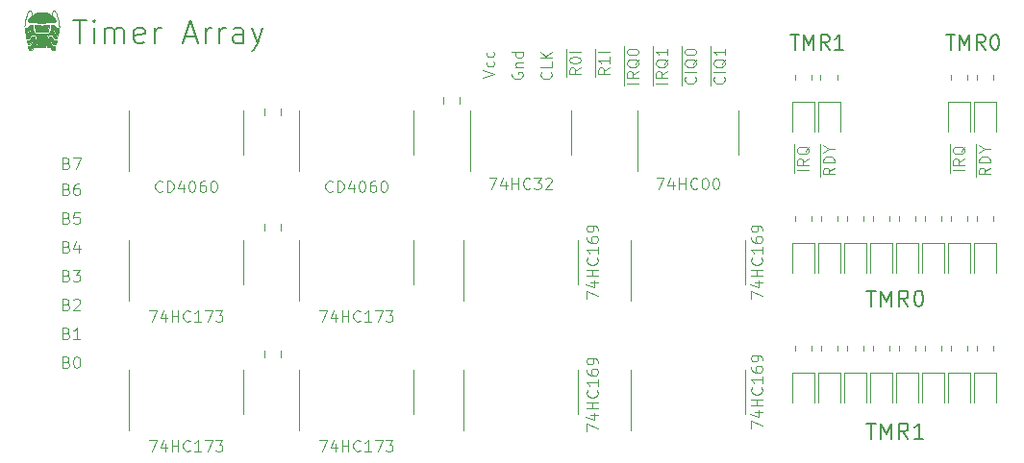
<source format=gbr>
%TF.GenerationSoftware,KiCad,Pcbnew,(6.0.0-0)*%
%TF.CreationDate,2022-03-19T19:47:00-04:00*%
%TF.ProjectId,interrupts,696e7465-7272-4757-9074-732e6b696361,rev?*%
%TF.SameCoordinates,Original*%
%TF.FileFunction,Legend,Top*%
%TF.FilePolarity,Positive*%
%FSLAX46Y46*%
G04 Gerber Fmt 4.6, Leading zero omitted, Abs format (unit mm)*
G04 Created by KiCad (PCBNEW (6.0.0-0)) date 2022-03-19 19:47:00*
%MOMM*%
%LPD*%
G01*
G04 APERTURE LIST*
%ADD10C,0.100000*%
%ADD11C,0.150000*%
%ADD12C,0.120000*%
%ADD13C,0.013229*%
G04 APERTURE END LIST*
D10*
X152916285Y-101306380D02*
X153582952Y-101306380D01*
X153154380Y-102306380D01*
X154392476Y-101639714D02*
X154392476Y-102306380D01*
X154154380Y-101258761D02*
X153916285Y-101973047D01*
X154535333Y-101973047D01*
X154916285Y-102306380D02*
X154916285Y-101306380D01*
X154916285Y-101782571D02*
X155487714Y-101782571D01*
X155487714Y-102306380D02*
X155487714Y-101306380D01*
X156535333Y-102211142D02*
X156487714Y-102258761D01*
X156344857Y-102306380D01*
X156249619Y-102306380D01*
X156106761Y-102258761D01*
X156011523Y-102163523D01*
X155963904Y-102068285D01*
X155916285Y-101877809D01*
X155916285Y-101734952D01*
X155963904Y-101544476D01*
X156011523Y-101449238D01*
X156106761Y-101354000D01*
X156249619Y-101306380D01*
X156344857Y-101306380D01*
X156487714Y-101354000D01*
X156535333Y-101401619D01*
X157154380Y-101306380D02*
X157249619Y-101306380D01*
X157344857Y-101354000D01*
X157392476Y-101401619D01*
X157440095Y-101496857D01*
X157487714Y-101687333D01*
X157487714Y-101925428D01*
X157440095Y-102115904D01*
X157392476Y-102211142D01*
X157344857Y-102258761D01*
X157249619Y-102306380D01*
X157154380Y-102306380D01*
X157059142Y-102258761D01*
X157011523Y-102211142D01*
X156963904Y-102115904D01*
X156916285Y-101925428D01*
X156916285Y-101687333D01*
X156963904Y-101496857D01*
X157011523Y-101401619D01*
X157059142Y-101354000D01*
X157154380Y-101306380D01*
X158106761Y-101306380D02*
X158202000Y-101306380D01*
X158297238Y-101354000D01*
X158344857Y-101401619D01*
X158392476Y-101496857D01*
X158440095Y-101687333D01*
X158440095Y-101925428D01*
X158392476Y-102115904D01*
X158344857Y-102211142D01*
X158297238Y-102258761D01*
X158202000Y-102306380D01*
X158106761Y-102306380D01*
X158011523Y-102258761D01*
X157963904Y-102211142D01*
X157916285Y-102115904D01*
X157868666Y-101925428D01*
X157868666Y-101687333D01*
X157916285Y-101496857D01*
X157963904Y-101401619D01*
X158011523Y-101354000D01*
X158106761Y-101306380D01*
X138184285Y-101306380D02*
X138850952Y-101306380D01*
X138422380Y-102306380D01*
X139660476Y-101639714D02*
X139660476Y-102306380D01*
X139422380Y-101258761D02*
X139184285Y-101973047D01*
X139803333Y-101973047D01*
X140184285Y-102306380D02*
X140184285Y-101306380D01*
X140184285Y-101782571D02*
X140755714Y-101782571D01*
X140755714Y-102306380D02*
X140755714Y-101306380D01*
X141803333Y-102211142D02*
X141755714Y-102258761D01*
X141612857Y-102306380D01*
X141517619Y-102306380D01*
X141374761Y-102258761D01*
X141279523Y-102163523D01*
X141231904Y-102068285D01*
X141184285Y-101877809D01*
X141184285Y-101734952D01*
X141231904Y-101544476D01*
X141279523Y-101449238D01*
X141374761Y-101354000D01*
X141517619Y-101306380D01*
X141612857Y-101306380D01*
X141755714Y-101354000D01*
X141803333Y-101401619D01*
X142136666Y-101306380D02*
X142755714Y-101306380D01*
X142422380Y-101687333D01*
X142565238Y-101687333D01*
X142660476Y-101734952D01*
X142708095Y-101782571D01*
X142755714Y-101877809D01*
X142755714Y-102115904D01*
X142708095Y-102211142D01*
X142660476Y-102258761D01*
X142565238Y-102306380D01*
X142279523Y-102306380D01*
X142184285Y-102258761D01*
X142136666Y-102211142D01*
X143136666Y-101401619D02*
X143184285Y-101354000D01*
X143279523Y-101306380D01*
X143517619Y-101306380D01*
X143612857Y-101354000D01*
X143660476Y-101401619D01*
X143708095Y-101496857D01*
X143708095Y-101592095D01*
X143660476Y-101734952D01*
X143089047Y-102306380D01*
X143708095Y-102306380D01*
X161250380Y-123403904D02*
X161250380Y-122737238D01*
X162250380Y-123165809D01*
X161583714Y-121927714D02*
X162250380Y-121927714D01*
X161202761Y-122165809D02*
X161917047Y-122403904D01*
X161917047Y-121784857D01*
X162250380Y-121403904D02*
X161250380Y-121403904D01*
X161726571Y-121403904D02*
X161726571Y-120832476D01*
X162250380Y-120832476D02*
X161250380Y-120832476D01*
X162155142Y-119784857D02*
X162202761Y-119832476D01*
X162250380Y-119975333D01*
X162250380Y-120070571D01*
X162202761Y-120213428D01*
X162107523Y-120308666D01*
X162012285Y-120356285D01*
X161821809Y-120403904D01*
X161678952Y-120403904D01*
X161488476Y-120356285D01*
X161393238Y-120308666D01*
X161298000Y-120213428D01*
X161250380Y-120070571D01*
X161250380Y-119975333D01*
X161298000Y-119832476D01*
X161345619Y-119784857D01*
X162250380Y-118832476D02*
X162250380Y-119403904D01*
X162250380Y-119118190D02*
X161250380Y-119118190D01*
X161393238Y-119213428D01*
X161488476Y-119308666D01*
X161536095Y-119403904D01*
X161250380Y-117975333D02*
X161250380Y-118165809D01*
X161298000Y-118261047D01*
X161345619Y-118308666D01*
X161488476Y-118403904D01*
X161678952Y-118451523D01*
X162059904Y-118451523D01*
X162155142Y-118403904D01*
X162202761Y-118356285D01*
X162250380Y-118261047D01*
X162250380Y-118070571D01*
X162202761Y-117975333D01*
X162155142Y-117927714D01*
X162059904Y-117880095D01*
X161821809Y-117880095D01*
X161726571Y-117927714D01*
X161678952Y-117975333D01*
X161631333Y-118070571D01*
X161631333Y-118261047D01*
X161678952Y-118356285D01*
X161726571Y-118403904D01*
X161821809Y-118451523D01*
X162250380Y-117403904D02*
X162250380Y-117213428D01*
X162202761Y-117118190D01*
X162155142Y-117070571D01*
X162012285Y-116975333D01*
X161821809Y-116927714D01*
X161440857Y-116927714D01*
X161345619Y-116975333D01*
X161298000Y-117022952D01*
X161250380Y-117118190D01*
X161250380Y-117308666D01*
X161298000Y-117403904D01*
X161345619Y-117451523D01*
X161440857Y-117499142D01*
X161678952Y-117499142D01*
X161774190Y-117451523D01*
X161821809Y-117403904D01*
X161869428Y-117308666D01*
X161869428Y-117118190D01*
X161821809Y-117022952D01*
X161774190Y-116975333D01*
X161678952Y-116927714D01*
X161250380Y-111973904D02*
X161250380Y-111307238D01*
X162250380Y-111735809D01*
X161583714Y-110497714D02*
X162250380Y-110497714D01*
X161202761Y-110735809D02*
X161917047Y-110973904D01*
X161917047Y-110354857D01*
X162250380Y-109973904D02*
X161250380Y-109973904D01*
X161726571Y-109973904D02*
X161726571Y-109402476D01*
X162250380Y-109402476D02*
X161250380Y-109402476D01*
X162155142Y-108354857D02*
X162202761Y-108402476D01*
X162250380Y-108545333D01*
X162250380Y-108640571D01*
X162202761Y-108783428D01*
X162107523Y-108878666D01*
X162012285Y-108926285D01*
X161821809Y-108973904D01*
X161678952Y-108973904D01*
X161488476Y-108926285D01*
X161393238Y-108878666D01*
X161298000Y-108783428D01*
X161250380Y-108640571D01*
X161250380Y-108545333D01*
X161298000Y-108402476D01*
X161345619Y-108354857D01*
X162250380Y-107402476D02*
X162250380Y-107973904D01*
X162250380Y-107688190D02*
X161250380Y-107688190D01*
X161393238Y-107783428D01*
X161488476Y-107878666D01*
X161536095Y-107973904D01*
X161250380Y-106545333D02*
X161250380Y-106735809D01*
X161298000Y-106831047D01*
X161345619Y-106878666D01*
X161488476Y-106973904D01*
X161678952Y-107021523D01*
X162059904Y-107021523D01*
X162155142Y-106973904D01*
X162202761Y-106926285D01*
X162250380Y-106831047D01*
X162250380Y-106640571D01*
X162202761Y-106545333D01*
X162155142Y-106497714D01*
X162059904Y-106450095D01*
X161821809Y-106450095D01*
X161726571Y-106497714D01*
X161678952Y-106545333D01*
X161631333Y-106640571D01*
X161631333Y-106831047D01*
X161678952Y-106926285D01*
X161726571Y-106973904D01*
X161821809Y-107021523D01*
X162250380Y-105973904D02*
X162250380Y-105783428D01*
X162202761Y-105688190D01*
X162155142Y-105640571D01*
X162012285Y-105545333D01*
X161821809Y-105497714D01*
X161440857Y-105497714D01*
X161345619Y-105545333D01*
X161298000Y-105592952D01*
X161250380Y-105688190D01*
X161250380Y-105878666D01*
X161298000Y-105973904D01*
X161345619Y-106021523D01*
X161440857Y-106069142D01*
X161678952Y-106069142D01*
X161774190Y-106021523D01*
X161821809Y-105973904D01*
X161869428Y-105878666D01*
X161869428Y-105688190D01*
X161821809Y-105592952D01*
X161774190Y-105545333D01*
X161678952Y-105497714D01*
X146772380Y-123657904D02*
X146772380Y-122991238D01*
X147772380Y-123419809D01*
X147105714Y-122181714D02*
X147772380Y-122181714D01*
X146724761Y-122419809D02*
X147439047Y-122657904D01*
X147439047Y-122038857D01*
X147772380Y-121657904D02*
X146772380Y-121657904D01*
X147248571Y-121657904D02*
X147248571Y-121086476D01*
X147772380Y-121086476D02*
X146772380Y-121086476D01*
X147677142Y-120038857D02*
X147724761Y-120086476D01*
X147772380Y-120229333D01*
X147772380Y-120324571D01*
X147724761Y-120467428D01*
X147629523Y-120562666D01*
X147534285Y-120610285D01*
X147343809Y-120657904D01*
X147200952Y-120657904D01*
X147010476Y-120610285D01*
X146915238Y-120562666D01*
X146820000Y-120467428D01*
X146772380Y-120324571D01*
X146772380Y-120229333D01*
X146820000Y-120086476D01*
X146867619Y-120038857D01*
X147772380Y-119086476D02*
X147772380Y-119657904D01*
X147772380Y-119372190D02*
X146772380Y-119372190D01*
X146915238Y-119467428D01*
X147010476Y-119562666D01*
X147058095Y-119657904D01*
X146772380Y-118229333D02*
X146772380Y-118419809D01*
X146820000Y-118515047D01*
X146867619Y-118562666D01*
X147010476Y-118657904D01*
X147200952Y-118705523D01*
X147581904Y-118705523D01*
X147677142Y-118657904D01*
X147724761Y-118610285D01*
X147772380Y-118515047D01*
X147772380Y-118324571D01*
X147724761Y-118229333D01*
X147677142Y-118181714D01*
X147581904Y-118134095D01*
X147343809Y-118134095D01*
X147248571Y-118181714D01*
X147200952Y-118229333D01*
X147153333Y-118324571D01*
X147153333Y-118515047D01*
X147200952Y-118610285D01*
X147248571Y-118657904D01*
X147343809Y-118705523D01*
X147772380Y-117657904D02*
X147772380Y-117467428D01*
X147724761Y-117372190D01*
X147677142Y-117324571D01*
X147534285Y-117229333D01*
X147343809Y-117181714D01*
X146962857Y-117181714D01*
X146867619Y-117229333D01*
X146820000Y-117276952D01*
X146772380Y-117372190D01*
X146772380Y-117562666D01*
X146820000Y-117657904D01*
X146867619Y-117705523D01*
X146962857Y-117753142D01*
X147200952Y-117753142D01*
X147296190Y-117705523D01*
X147343809Y-117657904D01*
X147391428Y-117562666D01*
X147391428Y-117372190D01*
X147343809Y-117276952D01*
X147296190Y-117229333D01*
X147200952Y-117181714D01*
X146772380Y-111973904D02*
X146772380Y-111307238D01*
X147772380Y-111735809D01*
X147105714Y-110497714D02*
X147772380Y-110497714D01*
X146724761Y-110735809D02*
X147439047Y-110973904D01*
X147439047Y-110354857D01*
X147772380Y-109973904D02*
X146772380Y-109973904D01*
X147248571Y-109973904D02*
X147248571Y-109402476D01*
X147772380Y-109402476D02*
X146772380Y-109402476D01*
X147677142Y-108354857D02*
X147724761Y-108402476D01*
X147772380Y-108545333D01*
X147772380Y-108640571D01*
X147724761Y-108783428D01*
X147629523Y-108878666D01*
X147534285Y-108926285D01*
X147343809Y-108973904D01*
X147200952Y-108973904D01*
X147010476Y-108926285D01*
X146915238Y-108878666D01*
X146820000Y-108783428D01*
X146772380Y-108640571D01*
X146772380Y-108545333D01*
X146820000Y-108402476D01*
X146867619Y-108354857D01*
X147772380Y-107402476D02*
X147772380Y-107973904D01*
X147772380Y-107688190D02*
X146772380Y-107688190D01*
X146915238Y-107783428D01*
X147010476Y-107878666D01*
X147058095Y-107973904D01*
X146772380Y-106545333D02*
X146772380Y-106735809D01*
X146820000Y-106831047D01*
X146867619Y-106878666D01*
X147010476Y-106973904D01*
X147200952Y-107021523D01*
X147581904Y-107021523D01*
X147677142Y-106973904D01*
X147724761Y-106926285D01*
X147772380Y-106831047D01*
X147772380Y-106640571D01*
X147724761Y-106545333D01*
X147677142Y-106497714D01*
X147581904Y-106450095D01*
X147343809Y-106450095D01*
X147248571Y-106497714D01*
X147200952Y-106545333D01*
X147153333Y-106640571D01*
X147153333Y-106831047D01*
X147200952Y-106926285D01*
X147248571Y-106973904D01*
X147343809Y-107021523D01*
X147772380Y-105973904D02*
X147772380Y-105783428D01*
X147724761Y-105688190D01*
X147677142Y-105640571D01*
X147534285Y-105545333D01*
X147343809Y-105497714D01*
X146962857Y-105497714D01*
X146867619Y-105545333D01*
X146820000Y-105592952D01*
X146772380Y-105688190D01*
X146772380Y-105878666D01*
X146820000Y-105973904D01*
X146867619Y-106021523D01*
X146962857Y-106069142D01*
X147200952Y-106069142D01*
X147296190Y-106021523D01*
X147343809Y-105973904D01*
X147391428Y-105878666D01*
X147391428Y-105688190D01*
X147343809Y-105592952D01*
X147296190Y-105545333D01*
X147200952Y-105497714D01*
X123230095Y-112990380D02*
X123896761Y-112990380D01*
X123468190Y-113990380D01*
X124706285Y-113323714D02*
X124706285Y-113990380D01*
X124468190Y-112942761D02*
X124230095Y-113657047D01*
X124849142Y-113657047D01*
X125230095Y-113990380D02*
X125230095Y-112990380D01*
X125230095Y-113466571D02*
X125801523Y-113466571D01*
X125801523Y-113990380D02*
X125801523Y-112990380D01*
X126849142Y-113895142D02*
X126801523Y-113942761D01*
X126658666Y-113990380D01*
X126563428Y-113990380D01*
X126420571Y-113942761D01*
X126325333Y-113847523D01*
X126277714Y-113752285D01*
X126230095Y-113561809D01*
X126230095Y-113418952D01*
X126277714Y-113228476D01*
X126325333Y-113133238D01*
X126420571Y-113038000D01*
X126563428Y-112990380D01*
X126658666Y-112990380D01*
X126801523Y-113038000D01*
X126849142Y-113085619D01*
X127801523Y-113990380D02*
X127230095Y-113990380D01*
X127515809Y-113990380D02*
X127515809Y-112990380D01*
X127420571Y-113133238D01*
X127325333Y-113228476D01*
X127230095Y-113276095D01*
X128134857Y-112990380D02*
X128801523Y-112990380D01*
X128372952Y-113990380D01*
X129087238Y-112990380D02*
X129706285Y-112990380D01*
X129372952Y-113371333D01*
X129515809Y-113371333D01*
X129611047Y-113418952D01*
X129658666Y-113466571D01*
X129706285Y-113561809D01*
X129706285Y-113799904D01*
X129658666Y-113895142D01*
X129611047Y-113942761D01*
X129515809Y-113990380D01*
X129230095Y-113990380D01*
X129134857Y-113942761D01*
X129087238Y-113895142D01*
X123230095Y-124420380D02*
X123896761Y-124420380D01*
X123468190Y-125420380D01*
X124706285Y-124753714D02*
X124706285Y-125420380D01*
X124468190Y-124372761D02*
X124230095Y-125087047D01*
X124849142Y-125087047D01*
X125230095Y-125420380D02*
X125230095Y-124420380D01*
X125230095Y-124896571D02*
X125801523Y-124896571D01*
X125801523Y-125420380D02*
X125801523Y-124420380D01*
X126849142Y-125325142D02*
X126801523Y-125372761D01*
X126658666Y-125420380D01*
X126563428Y-125420380D01*
X126420571Y-125372761D01*
X126325333Y-125277523D01*
X126277714Y-125182285D01*
X126230095Y-124991809D01*
X126230095Y-124848952D01*
X126277714Y-124658476D01*
X126325333Y-124563238D01*
X126420571Y-124468000D01*
X126563428Y-124420380D01*
X126658666Y-124420380D01*
X126801523Y-124468000D01*
X126849142Y-124515619D01*
X127801523Y-125420380D02*
X127230095Y-125420380D01*
X127515809Y-125420380D02*
X127515809Y-124420380D01*
X127420571Y-124563238D01*
X127325333Y-124658476D01*
X127230095Y-124706095D01*
X128134857Y-124420380D02*
X128801523Y-124420380D01*
X128372952Y-125420380D01*
X129087238Y-124420380D02*
X129706285Y-124420380D01*
X129372952Y-124801333D01*
X129515809Y-124801333D01*
X129611047Y-124848952D01*
X129658666Y-124896571D01*
X129706285Y-124991809D01*
X129706285Y-125229904D01*
X129658666Y-125325142D01*
X129611047Y-125372761D01*
X129515809Y-125420380D01*
X129230095Y-125420380D01*
X129134857Y-125372761D01*
X129087238Y-125325142D01*
X108244095Y-124420380D02*
X108910761Y-124420380D01*
X108482190Y-125420380D01*
X109720285Y-124753714D02*
X109720285Y-125420380D01*
X109482190Y-124372761D02*
X109244095Y-125087047D01*
X109863142Y-125087047D01*
X110244095Y-125420380D02*
X110244095Y-124420380D01*
X110244095Y-124896571D02*
X110815523Y-124896571D01*
X110815523Y-125420380D02*
X110815523Y-124420380D01*
X111863142Y-125325142D02*
X111815523Y-125372761D01*
X111672666Y-125420380D01*
X111577428Y-125420380D01*
X111434571Y-125372761D01*
X111339333Y-125277523D01*
X111291714Y-125182285D01*
X111244095Y-124991809D01*
X111244095Y-124848952D01*
X111291714Y-124658476D01*
X111339333Y-124563238D01*
X111434571Y-124468000D01*
X111577428Y-124420380D01*
X111672666Y-124420380D01*
X111815523Y-124468000D01*
X111863142Y-124515619D01*
X112815523Y-125420380D02*
X112244095Y-125420380D01*
X112529809Y-125420380D02*
X112529809Y-124420380D01*
X112434571Y-124563238D01*
X112339333Y-124658476D01*
X112244095Y-124706095D01*
X113148857Y-124420380D02*
X113815523Y-124420380D01*
X113386952Y-125420380D01*
X114101238Y-124420380D02*
X114720285Y-124420380D01*
X114386952Y-124801333D01*
X114529809Y-124801333D01*
X114625047Y-124848952D01*
X114672666Y-124896571D01*
X114720285Y-124991809D01*
X114720285Y-125229904D01*
X114672666Y-125325142D01*
X114625047Y-125372761D01*
X114529809Y-125420380D01*
X114244095Y-125420380D01*
X114148857Y-125372761D01*
X114101238Y-125325142D01*
X108244095Y-112990380D02*
X108910761Y-112990380D01*
X108482190Y-113990380D01*
X109720285Y-113323714D02*
X109720285Y-113990380D01*
X109482190Y-112942761D02*
X109244095Y-113657047D01*
X109863142Y-113657047D01*
X110244095Y-113990380D02*
X110244095Y-112990380D01*
X110244095Y-113466571D02*
X110815523Y-113466571D01*
X110815523Y-113990380D02*
X110815523Y-112990380D01*
X111863142Y-113895142D02*
X111815523Y-113942761D01*
X111672666Y-113990380D01*
X111577428Y-113990380D01*
X111434571Y-113942761D01*
X111339333Y-113847523D01*
X111291714Y-113752285D01*
X111244095Y-113561809D01*
X111244095Y-113418952D01*
X111291714Y-113228476D01*
X111339333Y-113133238D01*
X111434571Y-113038000D01*
X111577428Y-112990380D01*
X111672666Y-112990380D01*
X111815523Y-113038000D01*
X111863142Y-113085619D01*
X112815523Y-113990380D02*
X112244095Y-113990380D01*
X112529809Y-113990380D02*
X112529809Y-112990380D01*
X112434571Y-113133238D01*
X112339333Y-113228476D01*
X112244095Y-113276095D01*
X113148857Y-112990380D02*
X113815523Y-112990380D01*
X113386952Y-113990380D01*
X114101238Y-112990380D02*
X114720285Y-112990380D01*
X114386952Y-113371333D01*
X114529809Y-113371333D01*
X114625047Y-113418952D01*
X114672666Y-113466571D01*
X114720285Y-113561809D01*
X114720285Y-113799904D01*
X114672666Y-113895142D01*
X114625047Y-113942761D01*
X114529809Y-113990380D01*
X114244095Y-113990380D01*
X114148857Y-113942761D01*
X114101238Y-113895142D01*
X100966428Y-117530571D02*
X101109285Y-117578190D01*
X101156904Y-117625809D01*
X101204523Y-117721047D01*
X101204523Y-117863904D01*
X101156904Y-117959142D01*
X101109285Y-118006761D01*
X101014047Y-118054380D01*
X100633095Y-118054380D01*
X100633095Y-117054380D01*
X100966428Y-117054380D01*
X101061666Y-117102000D01*
X101109285Y-117149619D01*
X101156904Y-117244857D01*
X101156904Y-117340095D01*
X101109285Y-117435333D01*
X101061666Y-117482952D01*
X100966428Y-117530571D01*
X100633095Y-117530571D01*
X101823571Y-117054380D02*
X101918809Y-117054380D01*
X102014047Y-117102000D01*
X102061666Y-117149619D01*
X102109285Y-117244857D01*
X102156904Y-117435333D01*
X102156904Y-117673428D01*
X102109285Y-117863904D01*
X102061666Y-117959142D01*
X102014047Y-118006761D01*
X101918809Y-118054380D01*
X101823571Y-118054380D01*
X101728333Y-118006761D01*
X101680714Y-117959142D01*
X101633095Y-117863904D01*
X101585476Y-117673428D01*
X101585476Y-117435333D01*
X101633095Y-117244857D01*
X101680714Y-117149619D01*
X101728333Y-117102000D01*
X101823571Y-117054380D01*
X100966428Y-114990571D02*
X101109285Y-115038190D01*
X101156904Y-115085809D01*
X101204523Y-115181047D01*
X101204523Y-115323904D01*
X101156904Y-115419142D01*
X101109285Y-115466761D01*
X101014047Y-115514380D01*
X100633095Y-115514380D01*
X100633095Y-114514380D01*
X100966428Y-114514380D01*
X101061666Y-114562000D01*
X101109285Y-114609619D01*
X101156904Y-114704857D01*
X101156904Y-114800095D01*
X101109285Y-114895333D01*
X101061666Y-114942952D01*
X100966428Y-114990571D01*
X100633095Y-114990571D01*
X102156904Y-115514380D02*
X101585476Y-115514380D01*
X101871190Y-115514380D02*
X101871190Y-114514380D01*
X101775952Y-114657238D01*
X101680714Y-114752476D01*
X101585476Y-114800095D01*
X100966428Y-112450571D02*
X101109285Y-112498190D01*
X101156904Y-112545809D01*
X101204523Y-112641047D01*
X101204523Y-112783904D01*
X101156904Y-112879142D01*
X101109285Y-112926761D01*
X101014047Y-112974380D01*
X100633095Y-112974380D01*
X100633095Y-111974380D01*
X100966428Y-111974380D01*
X101061666Y-112022000D01*
X101109285Y-112069619D01*
X101156904Y-112164857D01*
X101156904Y-112260095D01*
X101109285Y-112355333D01*
X101061666Y-112402952D01*
X100966428Y-112450571D01*
X100633095Y-112450571D01*
X101585476Y-112069619D02*
X101633095Y-112022000D01*
X101728333Y-111974380D01*
X101966428Y-111974380D01*
X102061666Y-112022000D01*
X102109285Y-112069619D01*
X102156904Y-112164857D01*
X102156904Y-112260095D01*
X102109285Y-112402952D01*
X101537857Y-112974380D01*
X102156904Y-112974380D01*
X100966428Y-109910571D02*
X101109285Y-109958190D01*
X101156904Y-110005809D01*
X101204523Y-110101047D01*
X101204523Y-110243904D01*
X101156904Y-110339142D01*
X101109285Y-110386761D01*
X101014047Y-110434380D01*
X100633095Y-110434380D01*
X100633095Y-109434380D01*
X100966428Y-109434380D01*
X101061666Y-109482000D01*
X101109285Y-109529619D01*
X101156904Y-109624857D01*
X101156904Y-109720095D01*
X101109285Y-109815333D01*
X101061666Y-109862952D01*
X100966428Y-109910571D01*
X100633095Y-109910571D01*
X101537857Y-109434380D02*
X102156904Y-109434380D01*
X101823571Y-109815333D01*
X101966428Y-109815333D01*
X102061666Y-109862952D01*
X102109285Y-109910571D01*
X102156904Y-110005809D01*
X102156904Y-110243904D01*
X102109285Y-110339142D01*
X102061666Y-110386761D01*
X101966428Y-110434380D01*
X101680714Y-110434380D01*
X101585476Y-110386761D01*
X101537857Y-110339142D01*
X100966428Y-107370571D02*
X101109285Y-107418190D01*
X101156904Y-107465809D01*
X101204523Y-107561047D01*
X101204523Y-107703904D01*
X101156904Y-107799142D01*
X101109285Y-107846761D01*
X101014047Y-107894380D01*
X100633095Y-107894380D01*
X100633095Y-106894380D01*
X100966428Y-106894380D01*
X101061666Y-106942000D01*
X101109285Y-106989619D01*
X101156904Y-107084857D01*
X101156904Y-107180095D01*
X101109285Y-107275333D01*
X101061666Y-107322952D01*
X100966428Y-107370571D01*
X100633095Y-107370571D01*
X102061666Y-107227714D02*
X102061666Y-107894380D01*
X101823571Y-106846761D02*
X101585476Y-107561047D01*
X102204523Y-107561047D01*
X100966428Y-104830571D02*
X101109285Y-104878190D01*
X101156904Y-104925809D01*
X101204523Y-105021047D01*
X101204523Y-105163904D01*
X101156904Y-105259142D01*
X101109285Y-105306761D01*
X101014047Y-105354380D01*
X100633095Y-105354380D01*
X100633095Y-104354380D01*
X100966428Y-104354380D01*
X101061666Y-104402000D01*
X101109285Y-104449619D01*
X101156904Y-104544857D01*
X101156904Y-104640095D01*
X101109285Y-104735333D01*
X101061666Y-104782952D01*
X100966428Y-104830571D01*
X100633095Y-104830571D01*
X102109285Y-104354380D02*
X101633095Y-104354380D01*
X101585476Y-104830571D01*
X101633095Y-104782952D01*
X101728333Y-104735333D01*
X101966428Y-104735333D01*
X102061666Y-104782952D01*
X102109285Y-104830571D01*
X102156904Y-104925809D01*
X102156904Y-105163904D01*
X102109285Y-105259142D01*
X102061666Y-105306761D01*
X101966428Y-105354380D01*
X101728333Y-105354380D01*
X101633095Y-105306761D01*
X101585476Y-105259142D01*
X100966428Y-102290571D02*
X101109285Y-102338190D01*
X101156904Y-102385809D01*
X101204523Y-102481047D01*
X101204523Y-102623904D01*
X101156904Y-102719142D01*
X101109285Y-102766761D01*
X101014047Y-102814380D01*
X100633095Y-102814380D01*
X100633095Y-101814380D01*
X100966428Y-101814380D01*
X101061666Y-101862000D01*
X101109285Y-101909619D01*
X101156904Y-102004857D01*
X101156904Y-102100095D01*
X101109285Y-102195333D01*
X101061666Y-102242952D01*
X100966428Y-102290571D01*
X100633095Y-102290571D01*
X102061666Y-101814380D02*
X101871190Y-101814380D01*
X101775952Y-101862000D01*
X101728333Y-101909619D01*
X101633095Y-102052476D01*
X101585476Y-102242952D01*
X101585476Y-102623904D01*
X101633095Y-102719142D01*
X101680714Y-102766761D01*
X101775952Y-102814380D01*
X101966428Y-102814380D01*
X102061666Y-102766761D01*
X102109285Y-102719142D01*
X102156904Y-102623904D01*
X102156904Y-102385809D01*
X102109285Y-102290571D01*
X102061666Y-102242952D01*
X101966428Y-102195333D01*
X101775952Y-102195333D01*
X101680714Y-102242952D01*
X101633095Y-102290571D01*
X101585476Y-102385809D01*
X100966428Y-100004571D02*
X101109285Y-100052190D01*
X101156904Y-100099809D01*
X101204523Y-100195047D01*
X101204523Y-100337904D01*
X101156904Y-100433142D01*
X101109285Y-100480761D01*
X101014047Y-100528380D01*
X100633095Y-100528380D01*
X100633095Y-99528380D01*
X100966428Y-99528380D01*
X101061666Y-99576000D01*
X101109285Y-99623619D01*
X101156904Y-99718857D01*
X101156904Y-99814095D01*
X101109285Y-99909333D01*
X101061666Y-99956952D01*
X100966428Y-100004571D01*
X100633095Y-100004571D01*
X101537857Y-99528380D02*
X102204523Y-99528380D01*
X101775952Y-100528380D01*
X137628380Y-92457190D02*
X138628380Y-92123857D01*
X137628380Y-91790523D01*
X138580761Y-91028619D02*
X138628380Y-91123857D01*
X138628380Y-91314333D01*
X138580761Y-91409571D01*
X138533142Y-91457190D01*
X138437904Y-91504809D01*
X138152190Y-91504809D01*
X138056952Y-91457190D01*
X138009333Y-91409571D01*
X137961714Y-91314333D01*
X137961714Y-91123857D01*
X138009333Y-91028619D01*
X138580761Y-90171476D02*
X138628380Y-90266714D01*
X138628380Y-90457190D01*
X138580761Y-90552428D01*
X138533142Y-90600047D01*
X138437904Y-90647666D01*
X138152190Y-90647666D01*
X138056952Y-90600047D01*
X138009333Y-90552428D01*
X137961714Y-90457190D01*
X137961714Y-90266714D01*
X138009333Y-90171476D01*
X140216000Y-92028619D02*
X140168380Y-92123857D01*
X140168380Y-92266714D01*
X140216000Y-92409571D01*
X140311238Y-92504809D01*
X140406476Y-92552428D01*
X140596952Y-92600047D01*
X140739809Y-92600047D01*
X140930285Y-92552428D01*
X141025523Y-92504809D01*
X141120761Y-92409571D01*
X141168380Y-92266714D01*
X141168380Y-92171476D01*
X141120761Y-92028619D01*
X141073142Y-91981000D01*
X140739809Y-91981000D01*
X140739809Y-92171476D01*
X140501714Y-91552428D02*
X141168380Y-91552428D01*
X140596952Y-91552428D02*
X140549333Y-91504809D01*
X140501714Y-91409571D01*
X140501714Y-91266714D01*
X140549333Y-91171476D01*
X140644571Y-91123857D01*
X141168380Y-91123857D01*
X141168380Y-90219095D02*
X140168380Y-90219095D01*
X141120761Y-90219095D02*
X141168380Y-90314333D01*
X141168380Y-90504809D01*
X141120761Y-90600047D01*
X141073142Y-90647666D01*
X140977904Y-90695285D01*
X140692190Y-90695285D01*
X140596952Y-90647666D01*
X140549333Y-90600047D01*
X140501714Y-90504809D01*
X140501714Y-90314333D01*
X140549333Y-90219095D01*
X143613142Y-91981000D02*
X143660761Y-92028619D01*
X143708380Y-92171476D01*
X143708380Y-92266714D01*
X143660761Y-92409571D01*
X143565523Y-92504809D01*
X143470285Y-92552428D01*
X143279809Y-92600047D01*
X143136952Y-92600047D01*
X142946476Y-92552428D01*
X142851238Y-92504809D01*
X142756000Y-92409571D01*
X142708380Y-92266714D01*
X142708380Y-92171476D01*
X142756000Y-92028619D01*
X142803619Y-91981000D01*
X143708380Y-91076238D02*
X143708380Y-91552428D01*
X142708380Y-91552428D01*
X143708380Y-90742904D02*
X142708380Y-90742904D01*
X143708380Y-90171476D02*
X143136952Y-90600047D01*
X142708380Y-90171476D02*
X143279809Y-90742904D01*
X144966000Y-92409571D02*
X144966000Y-91409571D01*
X146248380Y-91600047D02*
X145772190Y-91933380D01*
X146248380Y-92171476D02*
X145248380Y-92171476D01*
X145248380Y-91790523D01*
X145296000Y-91695285D01*
X145343619Y-91647666D01*
X145438857Y-91600047D01*
X145581714Y-91600047D01*
X145676952Y-91647666D01*
X145724571Y-91695285D01*
X145772190Y-91790523D01*
X145772190Y-92171476D01*
X144966000Y-91409571D02*
X144966000Y-90457190D01*
X145248380Y-90981000D02*
X145248380Y-90885761D01*
X145296000Y-90790523D01*
X145343619Y-90742904D01*
X145438857Y-90695285D01*
X145629333Y-90647666D01*
X145867428Y-90647666D01*
X146057904Y-90695285D01*
X146153142Y-90742904D01*
X146200761Y-90790523D01*
X146248380Y-90885761D01*
X146248380Y-90981000D01*
X146200761Y-91076238D01*
X146153142Y-91123857D01*
X146057904Y-91171476D01*
X145867428Y-91219095D01*
X145629333Y-91219095D01*
X145438857Y-91171476D01*
X145343619Y-91123857D01*
X145296000Y-91076238D01*
X145248380Y-90981000D01*
X144966000Y-90457190D02*
X144966000Y-89981000D01*
X146248380Y-90219095D02*
X145248380Y-90219095D01*
X147506000Y-92409571D02*
X147506000Y-91409571D01*
X148788380Y-91600047D02*
X148312190Y-91933380D01*
X148788380Y-92171476D02*
X147788380Y-92171476D01*
X147788380Y-91790523D01*
X147836000Y-91695285D01*
X147883619Y-91647666D01*
X147978857Y-91600047D01*
X148121714Y-91600047D01*
X148216952Y-91647666D01*
X148264571Y-91695285D01*
X148312190Y-91790523D01*
X148312190Y-92171476D01*
X147506000Y-91409571D02*
X147506000Y-90457190D01*
X148788380Y-90647666D02*
X148788380Y-91219095D01*
X148788380Y-90933380D02*
X147788380Y-90933380D01*
X147931238Y-91028619D01*
X148026476Y-91123857D01*
X148074095Y-91219095D01*
X147506000Y-90457190D02*
X147506000Y-89981000D01*
X148788380Y-90219095D02*
X147788380Y-90219095D01*
X150046000Y-93203190D02*
X150046000Y-92727000D01*
X151328380Y-92965095D02*
X150328380Y-92965095D01*
X150046000Y-92727000D02*
X150046000Y-91727000D01*
X151328380Y-91917476D02*
X150852190Y-92250809D01*
X151328380Y-92488904D02*
X150328380Y-92488904D01*
X150328380Y-92107952D01*
X150376000Y-92012714D01*
X150423619Y-91965095D01*
X150518857Y-91917476D01*
X150661714Y-91917476D01*
X150756952Y-91965095D01*
X150804571Y-92012714D01*
X150852190Y-92107952D01*
X150852190Y-92488904D01*
X150046000Y-91727000D02*
X150046000Y-90679380D01*
X151423619Y-90822238D02*
X151376000Y-90917476D01*
X151280761Y-91012714D01*
X151137904Y-91155571D01*
X151090285Y-91250809D01*
X151090285Y-91346047D01*
X151328380Y-91298428D02*
X151280761Y-91393666D01*
X151185523Y-91488904D01*
X150995047Y-91536523D01*
X150661714Y-91536523D01*
X150471238Y-91488904D01*
X150376000Y-91393666D01*
X150328380Y-91298428D01*
X150328380Y-91107952D01*
X150376000Y-91012714D01*
X150471238Y-90917476D01*
X150661714Y-90869857D01*
X150995047Y-90869857D01*
X151185523Y-90917476D01*
X151280761Y-91012714D01*
X151328380Y-91107952D01*
X151328380Y-91298428D01*
X150046000Y-90679380D02*
X150046000Y-89727000D01*
X150328380Y-90250809D02*
X150328380Y-90155571D01*
X150376000Y-90060333D01*
X150423619Y-90012714D01*
X150518857Y-89965095D01*
X150709333Y-89917476D01*
X150947428Y-89917476D01*
X151137904Y-89965095D01*
X151233142Y-90012714D01*
X151280761Y-90060333D01*
X151328380Y-90155571D01*
X151328380Y-90250809D01*
X151280761Y-90346047D01*
X151233142Y-90393666D01*
X151137904Y-90441285D01*
X150947428Y-90488904D01*
X150709333Y-90488904D01*
X150518857Y-90441285D01*
X150423619Y-90393666D01*
X150376000Y-90346047D01*
X150328380Y-90250809D01*
X152586000Y-93203190D02*
X152586000Y-92727000D01*
X153868380Y-92965095D02*
X152868380Y-92965095D01*
X152586000Y-92727000D02*
X152586000Y-91727000D01*
X153868380Y-91917476D02*
X153392190Y-92250809D01*
X153868380Y-92488904D02*
X152868380Y-92488904D01*
X152868380Y-92107952D01*
X152916000Y-92012714D01*
X152963619Y-91965095D01*
X153058857Y-91917476D01*
X153201714Y-91917476D01*
X153296952Y-91965095D01*
X153344571Y-92012714D01*
X153392190Y-92107952D01*
X153392190Y-92488904D01*
X152586000Y-91727000D02*
X152586000Y-90679380D01*
X153963619Y-90822238D02*
X153916000Y-90917476D01*
X153820761Y-91012714D01*
X153677904Y-91155571D01*
X153630285Y-91250809D01*
X153630285Y-91346047D01*
X153868380Y-91298428D02*
X153820761Y-91393666D01*
X153725523Y-91488904D01*
X153535047Y-91536523D01*
X153201714Y-91536523D01*
X153011238Y-91488904D01*
X152916000Y-91393666D01*
X152868380Y-91298428D01*
X152868380Y-91107952D01*
X152916000Y-91012714D01*
X153011238Y-90917476D01*
X153201714Y-90869857D01*
X153535047Y-90869857D01*
X153725523Y-90917476D01*
X153820761Y-91012714D01*
X153868380Y-91107952D01*
X153868380Y-91298428D01*
X152586000Y-90679380D02*
X152586000Y-89727000D01*
X153868380Y-89917476D02*
X153868380Y-90488904D01*
X153868380Y-90203190D02*
X152868380Y-90203190D01*
X153011238Y-90298428D01*
X153106476Y-90393666D01*
X153154095Y-90488904D01*
X155126000Y-93203190D02*
X155126000Y-92203190D01*
X156313142Y-92393666D02*
X156360761Y-92441285D01*
X156408380Y-92584142D01*
X156408380Y-92679380D01*
X156360761Y-92822238D01*
X156265523Y-92917476D01*
X156170285Y-92965095D01*
X155979809Y-93012714D01*
X155836952Y-93012714D01*
X155646476Y-92965095D01*
X155551238Y-92917476D01*
X155456000Y-92822238D01*
X155408380Y-92679380D01*
X155408380Y-92584142D01*
X155456000Y-92441285D01*
X155503619Y-92393666D01*
X155126000Y-92203190D02*
X155126000Y-91727000D01*
X156408380Y-91965095D02*
X155408380Y-91965095D01*
X155126000Y-91727000D02*
X155126000Y-90679380D01*
X156503619Y-90822238D02*
X156456000Y-90917476D01*
X156360761Y-91012714D01*
X156217904Y-91155571D01*
X156170285Y-91250809D01*
X156170285Y-91346047D01*
X156408380Y-91298428D02*
X156360761Y-91393666D01*
X156265523Y-91488904D01*
X156075047Y-91536523D01*
X155741714Y-91536523D01*
X155551238Y-91488904D01*
X155456000Y-91393666D01*
X155408380Y-91298428D01*
X155408380Y-91107952D01*
X155456000Y-91012714D01*
X155551238Y-90917476D01*
X155741714Y-90869857D01*
X156075047Y-90869857D01*
X156265523Y-90917476D01*
X156360761Y-91012714D01*
X156408380Y-91107952D01*
X156408380Y-91298428D01*
X155126000Y-90679380D02*
X155126000Y-89727000D01*
X155408380Y-90250809D02*
X155408380Y-90155571D01*
X155456000Y-90060333D01*
X155503619Y-90012714D01*
X155598857Y-89965095D01*
X155789333Y-89917476D01*
X156027428Y-89917476D01*
X156217904Y-89965095D01*
X156313142Y-90012714D01*
X156360761Y-90060333D01*
X156408380Y-90155571D01*
X156408380Y-90250809D01*
X156360761Y-90346047D01*
X156313142Y-90393666D01*
X156217904Y-90441285D01*
X156027428Y-90488904D01*
X155789333Y-90488904D01*
X155598857Y-90441285D01*
X155503619Y-90393666D01*
X155456000Y-90346047D01*
X155408380Y-90250809D01*
X157666000Y-93203190D02*
X157666000Y-92203190D01*
X158853142Y-92393666D02*
X158900761Y-92441285D01*
X158948380Y-92584142D01*
X158948380Y-92679380D01*
X158900761Y-92822238D01*
X158805523Y-92917476D01*
X158710285Y-92965095D01*
X158519809Y-93012714D01*
X158376952Y-93012714D01*
X158186476Y-92965095D01*
X158091238Y-92917476D01*
X157996000Y-92822238D01*
X157948380Y-92679380D01*
X157948380Y-92584142D01*
X157996000Y-92441285D01*
X158043619Y-92393666D01*
X157666000Y-92203190D02*
X157666000Y-91727000D01*
X158948380Y-91965095D02*
X157948380Y-91965095D01*
X157666000Y-91727000D02*
X157666000Y-90679380D01*
X159043619Y-90822238D02*
X158996000Y-90917476D01*
X158900761Y-91012714D01*
X158757904Y-91155571D01*
X158710285Y-91250809D01*
X158710285Y-91346047D01*
X158948380Y-91298428D02*
X158900761Y-91393666D01*
X158805523Y-91488904D01*
X158615047Y-91536523D01*
X158281714Y-91536523D01*
X158091238Y-91488904D01*
X157996000Y-91393666D01*
X157948380Y-91298428D01*
X157948380Y-91107952D01*
X157996000Y-91012714D01*
X158091238Y-90917476D01*
X158281714Y-90869857D01*
X158615047Y-90869857D01*
X158805523Y-90917476D01*
X158900761Y-91012714D01*
X158948380Y-91107952D01*
X158948380Y-91298428D01*
X157666000Y-90679380D02*
X157666000Y-89727000D01*
X158948380Y-89917476D02*
X158948380Y-90488904D01*
X158948380Y-90203190D02*
X157948380Y-90203190D01*
X158091238Y-90298428D01*
X158186476Y-90393666D01*
X158234095Y-90488904D01*
X109410761Y-102465142D02*
X109363142Y-102512761D01*
X109220285Y-102560380D01*
X109125047Y-102560380D01*
X108982190Y-102512761D01*
X108886952Y-102417523D01*
X108839333Y-102322285D01*
X108791714Y-102131809D01*
X108791714Y-101988952D01*
X108839333Y-101798476D01*
X108886952Y-101703238D01*
X108982190Y-101608000D01*
X109125047Y-101560380D01*
X109220285Y-101560380D01*
X109363142Y-101608000D01*
X109410761Y-101655619D01*
X109839333Y-102560380D02*
X109839333Y-101560380D01*
X110077428Y-101560380D01*
X110220285Y-101608000D01*
X110315523Y-101703238D01*
X110363142Y-101798476D01*
X110410761Y-101988952D01*
X110410761Y-102131809D01*
X110363142Y-102322285D01*
X110315523Y-102417523D01*
X110220285Y-102512761D01*
X110077428Y-102560380D01*
X109839333Y-102560380D01*
X111267904Y-101893714D02*
X111267904Y-102560380D01*
X111029809Y-101512761D02*
X110791714Y-102227047D01*
X111410761Y-102227047D01*
X111982190Y-101560380D02*
X112077428Y-101560380D01*
X112172666Y-101608000D01*
X112220285Y-101655619D01*
X112267904Y-101750857D01*
X112315523Y-101941333D01*
X112315523Y-102179428D01*
X112267904Y-102369904D01*
X112220285Y-102465142D01*
X112172666Y-102512761D01*
X112077428Y-102560380D01*
X111982190Y-102560380D01*
X111886952Y-102512761D01*
X111839333Y-102465142D01*
X111791714Y-102369904D01*
X111744095Y-102179428D01*
X111744095Y-101941333D01*
X111791714Y-101750857D01*
X111839333Y-101655619D01*
X111886952Y-101608000D01*
X111982190Y-101560380D01*
X113172666Y-101560380D02*
X112982190Y-101560380D01*
X112886952Y-101608000D01*
X112839333Y-101655619D01*
X112744095Y-101798476D01*
X112696476Y-101988952D01*
X112696476Y-102369904D01*
X112744095Y-102465142D01*
X112791714Y-102512761D01*
X112886952Y-102560380D01*
X113077428Y-102560380D01*
X113172666Y-102512761D01*
X113220285Y-102465142D01*
X113267904Y-102369904D01*
X113267904Y-102131809D01*
X113220285Y-102036571D01*
X113172666Y-101988952D01*
X113077428Y-101941333D01*
X112886952Y-101941333D01*
X112791714Y-101988952D01*
X112744095Y-102036571D01*
X112696476Y-102131809D01*
X113886952Y-101560380D02*
X113982190Y-101560380D01*
X114077428Y-101608000D01*
X114125047Y-101655619D01*
X114172666Y-101750857D01*
X114220285Y-101941333D01*
X114220285Y-102179428D01*
X114172666Y-102369904D01*
X114125047Y-102465142D01*
X114077428Y-102512761D01*
X113982190Y-102560380D01*
X113886952Y-102560380D01*
X113791714Y-102512761D01*
X113744095Y-102465142D01*
X113696476Y-102369904D01*
X113648857Y-102179428D01*
X113648857Y-101941333D01*
X113696476Y-101750857D01*
X113744095Y-101655619D01*
X113791714Y-101608000D01*
X113886952Y-101560380D01*
D11*
X164748666Y-88696095D02*
X165491523Y-88696095D01*
X165120095Y-89996095D02*
X165120095Y-88696095D01*
X165924857Y-89996095D02*
X165924857Y-88696095D01*
X166358190Y-89624666D01*
X166791523Y-88696095D01*
X166791523Y-89996095D01*
X168153428Y-89996095D02*
X167720095Y-89377047D01*
X167410571Y-89996095D02*
X167410571Y-88696095D01*
X167905809Y-88696095D01*
X168029619Y-88758000D01*
X168091523Y-88819904D01*
X168153428Y-88943714D01*
X168153428Y-89129428D01*
X168091523Y-89253238D01*
X168029619Y-89315142D01*
X167905809Y-89377047D01*
X167410571Y-89377047D01*
X169391523Y-89996095D02*
X168648666Y-89996095D01*
X169020095Y-89996095D02*
X169020095Y-88696095D01*
X168896285Y-88881809D01*
X168772476Y-89005619D01*
X168648666Y-89067523D01*
X171423333Y-122931333D02*
X172223333Y-122931333D01*
X171823333Y-124331333D02*
X171823333Y-122931333D01*
X172690000Y-124331333D02*
X172690000Y-122931333D01*
X173156666Y-123931333D01*
X173623333Y-122931333D01*
X173623333Y-124331333D01*
X175090000Y-124331333D02*
X174623333Y-123664666D01*
X174290000Y-124331333D02*
X174290000Y-122931333D01*
X174823333Y-122931333D01*
X174956666Y-122998000D01*
X175023333Y-123064666D01*
X175090000Y-123198000D01*
X175090000Y-123398000D01*
X175023333Y-123531333D01*
X174956666Y-123598000D01*
X174823333Y-123664666D01*
X174290000Y-123664666D01*
X176423333Y-124331333D02*
X175623333Y-124331333D01*
X176023333Y-124331333D02*
X176023333Y-122931333D01*
X175890000Y-123131333D01*
X175756666Y-123264666D01*
X175623333Y-123331333D01*
D10*
X181034000Y-101220142D02*
X181034000Y-100220142D01*
X182316380Y-100410619D02*
X181840190Y-100743952D01*
X182316380Y-100982047D02*
X181316380Y-100982047D01*
X181316380Y-100601095D01*
X181364000Y-100505857D01*
X181411619Y-100458238D01*
X181506857Y-100410619D01*
X181649714Y-100410619D01*
X181744952Y-100458238D01*
X181792571Y-100505857D01*
X181840190Y-100601095D01*
X181840190Y-100982047D01*
X181034000Y-100220142D02*
X181034000Y-99220142D01*
X182316380Y-99982047D02*
X181316380Y-99982047D01*
X181316380Y-99743952D01*
X181364000Y-99601095D01*
X181459238Y-99505857D01*
X181554476Y-99458238D01*
X181744952Y-99410619D01*
X181887809Y-99410619D01*
X182078285Y-99458238D01*
X182173523Y-99505857D01*
X182268761Y-99601095D01*
X182316380Y-99743952D01*
X182316380Y-99982047D01*
X181034000Y-99220142D02*
X181034000Y-98363000D01*
X181840190Y-98791571D02*
X182316380Y-98791571D01*
X181316380Y-99124904D02*
X181840190Y-98791571D01*
X181316380Y-98458238D01*
X165032000Y-100886809D02*
X165032000Y-100410619D01*
X166314380Y-100648714D02*
X165314380Y-100648714D01*
X165032000Y-100410619D02*
X165032000Y-99410619D01*
X166314380Y-99601095D02*
X165838190Y-99934428D01*
X166314380Y-100172523D02*
X165314380Y-100172523D01*
X165314380Y-99791571D01*
X165362000Y-99696333D01*
X165409619Y-99648714D01*
X165504857Y-99601095D01*
X165647714Y-99601095D01*
X165742952Y-99648714D01*
X165790571Y-99696333D01*
X165838190Y-99791571D01*
X165838190Y-100172523D01*
X165032000Y-99410619D02*
X165032000Y-98363000D01*
X166409619Y-98505857D02*
X166362000Y-98601095D01*
X166266761Y-98696333D01*
X166123904Y-98839190D01*
X166076285Y-98934428D01*
X166076285Y-99029666D01*
X166314380Y-98982047D02*
X166266761Y-99077285D01*
X166171523Y-99172523D01*
X165981047Y-99220142D01*
X165647714Y-99220142D01*
X165457238Y-99172523D01*
X165362000Y-99077285D01*
X165314380Y-98982047D01*
X165314380Y-98791571D01*
X165362000Y-98696333D01*
X165457238Y-98601095D01*
X165647714Y-98553476D01*
X165981047Y-98553476D01*
X166171523Y-98601095D01*
X166266761Y-98696333D01*
X166314380Y-98791571D01*
X166314380Y-98982047D01*
D11*
X171423333Y-111247333D02*
X172223333Y-111247333D01*
X171823333Y-112647333D02*
X171823333Y-111247333D01*
X172690000Y-112647333D02*
X172690000Y-111247333D01*
X173156666Y-112247333D01*
X173623333Y-111247333D01*
X173623333Y-112647333D01*
X175090000Y-112647333D02*
X174623333Y-111980666D01*
X174290000Y-112647333D02*
X174290000Y-111247333D01*
X174823333Y-111247333D01*
X174956666Y-111314000D01*
X175023333Y-111380666D01*
X175090000Y-111514000D01*
X175090000Y-111714000D01*
X175023333Y-111847333D01*
X174956666Y-111914000D01*
X174823333Y-111980666D01*
X174290000Y-111980666D01*
X175956666Y-111247333D02*
X176090000Y-111247333D01*
X176223333Y-111314000D01*
X176290000Y-111380666D01*
X176356666Y-111514000D01*
X176423333Y-111780666D01*
X176423333Y-112114000D01*
X176356666Y-112380666D01*
X176290000Y-112514000D01*
X176223333Y-112580666D01*
X176090000Y-112647333D01*
X175956666Y-112647333D01*
X175823333Y-112580666D01*
X175756666Y-112514000D01*
X175690000Y-112380666D01*
X175623333Y-112114000D01*
X175623333Y-111780666D01*
X175690000Y-111514000D01*
X175756666Y-111380666D01*
X175823333Y-111314000D01*
X175956666Y-111247333D01*
D10*
X124396761Y-102465142D02*
X124349142Y-102512761D01*
X124206285Y-102560380D01*
X124111047Y-102560380D01*
X123968190Y-102512761D01*
X123872952Y-102417523D01*
X123825333Y-102322285D01*
X123777714Y-102131809D01*
X123777714Y-101988952D01*
X123825333Y-101798476D01*
X123872952Y-101703238D01*
X123968190Y-101608000D01*
X124111047Y-101560380D01*
X124206285Y-101560380D01*
X124349142Y-101608000D01*
X124396761Y-101655619D01*
X124825333Y-102560380D02*
X124825333Y-101560380D01*
X125063428Y-101560380D01*
X125206285Y-101608000D01*
X125301523Y-101703238D01*
X125349142Y-101798476D01*
X125396761Y-101988952D01*
X125396761Y-102131809D01*
X125349142Y-102322285D01*
X125301523Y-102417523D01*
X125206285Y-102512761D01*
X125063428Y-102560380D01*
X124825333Y-102560380D01*
X126253904Y-101893714D02*
X126253904Y-102560380D01*
X126015809Y-101512761D02*
X125777714Y-102227047D01*
X126396761Y-102227047D01*
X126968190Y-101560380D02*
X127063428Y-101560380D01*
X127158666Y-101608000D01*
X127206285Y-101655619D01*
X127253904Y-101750857D01*
X127301523Y-101941333D01*
X127301523Y-102179428D01*
X127253904Y-102369904D01*
X127206285Y-102465142D01*
X127158666Y-102512761D01*
X127063428Y-102560380D01*
X126968190Y-102560380D01*
X126872952Y-102512761D01*
X126825333Y-102465142D01*
X126777714Y-102369904D01*
X126730095Y-102179428D01*
X126730095Y-101941333D01*
X126777714Y-101750857D01*
X126825333Y-101655619D01*
X126872952Y-101608000D01*
X126968190Y-101560380D01*
X128158666Y-101560380D02*
X127968190Y-101560380D01*
X127872952Y-101608000D01*
X127825333Y-101655619D01*
X127730095Y-101798476D01*
X127682476Y-101988952D01*
X127682476Y-102369904D01*
X127730095Y-102465142D01*
X127777714Y-102512761D01*
X127872952Y-102560380D01*
X128063428Y-102560380D01*
X128158666Y-102512761D01*
X128206285Y-102465142D01*
X128253904Y-102369904D01*
X128253904Y-102131809D01*
X128206285Y-102036571D01*
X128158666Y-101988952D01*
X128063428Y-101941333D01*
X127872952Y-101941333D01*
X127777714Y-101988952D01*
X127730095Y-102036571D01*
X127682476Y-102131809D01*
X128872952Y-101560380D02*
X128968190Y-101560380D01*
X129063428Y-101608000D01*
X129111047Y-101655619D01*
X129158666Y-101750857D01*
X129206285Y-101941333D01*
X129206285Y-102179428D01*
X129158666Y-102369904D01*
X129111047Y-102465142D01*
X129063428Y-102512761D01*
X128968190Y-102560380D01*
X128872952Y-102560380D01*
X128777714Y-102512761D01*
X128730095Y-102465142D01*
X128682476Y-102369904D01*
X128634857Y-102179428D01*
X128634857Y-101941333D01*
X128682476Y-101750857D01*
X128730095Y-101655619D01*
X128777714Y-101608000D01*
X128872952Y-101560380D01*
X178748000Y-100886809D02*
X178748000Y-100410619D01*
X180030380Y-100648714D02*
X179030380Y-100648714D01*
X178748000Y-100410619D02*
X178748000Y-99410619D01*
X180030380Y-99601095D02*
X179554190Y-99934428D01*
X180030380Y-100172523D02*
X179030380Y-100172523D01*
X179030380Y-99791571D01*
X179078000Y-99696333D01*
X179125619Y-99648714D01*
X179220857Y-99601095D01*
X179363714Y-99601095D01*
X179458952Y-99648714D01*
X179506571Y-99696333D01*
X179554190Y-99791571D01*
X179554190Y-100172523D01*
X178748000Y-99410619D02*
X178748000Y-98363000D01*
X180125619Y-98505857D02*
X180078000Y-98601095D01*
X179982761Y-98696333D01*
X179839904Y-98839190D01*
X179792285Y-98934428D01*
X179792285Y-99029666D01*
X180030380Y-98982047D02*
X179982761Y-99077285D01*
X179887523Y-99172523D01*
X179697047Y-99220142D01*
X179363714Y-99220142D01*
X179173238Y-99172523D01*
X179078000Y-99077285D01*
X179030380Y-98982047D01*
X179030380Y-98791571D01*
X179078000Y-98696333D01*
X179173238Y-98601095D01*
X179363714Y-98553476D01*
X179697047Y-98553476D01*
X179887523Y-98601095D01*
X179982761Y-98696333D01*
X180030380Y-98791571D01*
X180030380Y-98982047D01*
D11*
X178464666Y-88696095D02*
X179207523Y-88696095D01*
X178836095Y-89996095D02*
X178836095Y-88696095D01*
X179640857Y-89996095D02*
X179640857Y-88696095D01*
X180074190Y-89624666D01*
X180507523Y-88696095D01*
X180507523Y-89996095D01*
X181869428Y-89996095D02*
X181436095Y-89377047D01*
X181126571Y-89996095D02*
X181126571Y-88696095D01*
X181621809Y-88696095D01*
X181745619Y-88758000D01*
X181807523Y-88819904D01*
X181869428Y-88943714D01*
X181869428Y-89129428D01*
X181807523Y-89253238D01*
X181745619Y-89315142D01*
X181621809Y-89377047D01*
X181126571Y-89377047D01*
X182674190Y-88696095D02*
X182798000Y-88696095D01*
X182921809Y-88758000D01*
X182983714Y-88819904D01*
X183045619Y-88943714D01*
X183107523Y-89191333D01*
X183107523Y-89500857D01*
X183045619Y-89748476D01*
X182983714Y-89872285D01*
X182921809Y-89934190D01*
X182798000Y-89996095D01*
X182674190Y-89996095D01*
X182550380Y-89934190D01*
X182488476Y-89872285D01*
X182426571Y-89748476D01*
X182364666Y-89500857D01*
X182364666Y-89191333D01*
X182426571Y-88943714D01*
X182488476Y-88819904D01*
X182550380Y-88758000D01*
X182674190Y-88696095D01*
X101591047Y-87427319D02*
X102733904Y-87427319D01*
X102162476Y-89427319D02*
X102162476Y-87427319D01*
X103400571Y-89427319D02*
X103400571Y-88093986D01*
X103400571Y-87427319D02*
X103305333Y-87522558D01*
X103400571Y-87617796D01*
X103495809Y-87522558D01*
X103400571Y-87427319D01*
X103400571Y-87617796D01*
X104352952Y-89427319D02*
X104352952Y-88093986D01*
X104352952Y-88284462D02*
X104448190Y-88189224D01*
X104638666Y-88093986D01*
X104924380Y-88093986D01*
X105114857Y-88189224D01*
X105210095Y-88379700D01*
X105210095Y-89427319D01*
X105210095Y-88379700D02*
X105305333Y-88189224D01*
X105495809Y-88093986D01*
X105781523Y-88093986D01*
X105972000Y-88189224D01*
X106067238Y-88379700D01*
X106067238Y-89427319D01*
X107781523Y-89332081D02*
X107591047Y-89427319D01*
X107210095Y-89427319D01*
X107019619Y-89332081D01*
X106924380Y-89141605D01*
X106924380Y-88379700D01*
X107019619Y-88189224D01*
X107210095Y-88093986D01*
X107591047Y-88093986D01*
X107781523Y-88189224D01*
X107876761Y-88379700D01*
X107876761Y-88570177D01*
X106924380Y-88760653D01*
X108733904Y-89427319D02*
X108733904Y-88093986D01*
X108733904Y-88474938D02*
X108829142Y-88284462D01*
X108924380Y-88189224D01*
X109114857Y-88093986D01*
X109305333Y-88093986D01*
X111400571Y-88855891D02*
X112352952Y-88855891D01*
X111210095Y-89427319D02*
X111876761Y-87427319D01*
X112543428Y-89427319D01*
X113210095Y-89427319D02*
X113210095Y-88093986D01*
X113210095Y-88474938D02*
X113305333Y-88284462D01*
X113400571Y-88189224D01*
X113591047Y-88093986D01*
X113781523Y-88093986D01*
X114448190Y-89427319D02*
X114448190Y-88093986D01*
X114448190Y-88474938D02*
X114543428Y-88284462D01*
X114638666Y-88189224D01*
X114829142Y-88093986D01*
X115019619Y-88093986D01*
X116543428Y-89427319D02*
X116543428Y-88379700D01*
X116448190Y-88189224D01*
X116257714Y-88093986D01*
X115876761Y-88093986D01*
X115686285Y-88189224D01*
X116543428Y-89332081D02*
X116352952Y-89427319D01*
X115876761Y-89427319D01*
X115686285Y-89332081D01*
X115591047Y-89141605D01*
X115591047Y-88951129D01*
X115686285Y-88760653D01*
X115876761Y-88665415D01*
X116352952Y-88665415D01*
X116543428Y-88570177D01*
X117305333Y-88093986D02*
X117781523Y-89427319D01*
X118257714Y-88093986D02*
X117781523Y-89427319D01*
X117591047Y-89903510D01*
X117495809Y-89998748D01*
X117305333Y-90093986D01*
D10*
X167318000Y-101220142D02*
X167318000Y-100220142D01*
X168600380Y-100410619D02*
X168124190Y-100743952D01*
X168600380Y-100982047D02*
X167600380Y-100982047D01*
X167600380Y-100601095D01*
X167648000Y-100505857D01*
X167695619Y-100458238D01*
X167790857Y-100410619D01*
X167933714Y-100410619D01*
X168028952Y-100458238D01*
X168076571Y-100505857D01*
X168124190Y-100601095D01*
X168124190Y-100982047D01*
X167318000Y-100220142D02*
X167318000Y-99220142D01*
X168600380Y-99982047D02*
X167600380Y-99982047D01*
X167600380Y-99743952D01*
X167648000Y-99601095D01*
X167743238Y-99505857D01*
X167838476Y-99458238D01*
X168028952Y-99410619D01*
X168171809Y-99410619D01*
X168362285Y-99458238D01*
X168457523Y-99505857D01*
X168552761Y-99601095D01*
X168600380Y-99743952D01*
X168600380Y-99982047D01*
X167318000Y-99220142D02*
X167318000Y-98363000D01*
X168124190Y-98791571D02*
X168600380Y-98791571D01*
X167600380Y-99124904D02*
X168124190Y-98791571D01*
X167600380Y-98458238D01*
D12*
%TO.C,R3*%
X166597000Y-105129064D02*
X166597000Y-104674936D01*
X165127000Y-105129064D02*
X165127000Y-104674936D01*
%TO.C,R2*%
X180313000Y-92683064D02*
X180313000Y-92228936D01*
X178843000Y-92683064D02*
X178843000Y-92228936D01*
%TO.C,D14*%
X178252000Y-121142000D02*
X178252000Y-118457000D01*
X178252000Y-118457000D02*
X176332000Y-118457000D01*
X176332000Y-118457000D02*
X176332000Y-121142000D01*
%TO.C,R17*%
X182599000Y-105129064D02*
X182599000Y-104674936D01*
X181129000Y-105129064D02*
X181129000Y-104674936D01*
%TO.C,U3*%
X146030000Y-120142000D02*
X146030000Y-118192000D01*
X135910000Y-120142000D02*
X135910000Y-123592000D01*
X135910000Y-120142000D02*
X135910000Y-118192000D01*
X146030000Y-120142000D02*
X146030000Y-122092000D01*
%TO.C,D9*%
X171760000Y-107027000D02*
X171760000Y-109712000D01*
X173680000Y-109712000D02*
X173680000Y-107027000D01*
X173680000Y-107027000D02*
X171760000Y-107027000D01*
%TO.C,D20*%
X180904000Y-94581000D02*
X180904000Y-97266000D01*
X182824000Y-94581000D02*
X180904000Y-94581000D01*
X182824000Y-97266000D02*
X182824000Y-94581000D01*
%TO.C,U1*%
X145405000Y-97282000D02*
X145405000Y-95332000D01*
X136535000Y-97282000D02*
X136535000Y-95332000D01*
X145405000Y-97282000D02*
X145405000Y-99232000D01*
X136535000Y-97282000D02*
X136535000Y-100732000D01*
%TO.C,D18*%
X182824000Y-121142000D02*
X182824000Y-118457000D01*
X182824000Y-118457000D02*
X180904000Y-118457000D01*
X180904000Y-118457000D02*
X180904000Y-121142000D01*
%TO.C,D1*%
X166822000Y-97266000D02*
X166822000Y-94581000D01*
X166822000Y-94581000D02*
X164902000Y-94581000D01*
X164902000Y-94581000D02*
X164902000Y-97266000D01*
%TO.C,D12*%
X175966000Y-121142000D02*
X175966000Y-118457000D01*
X175966000Y-118457000D02*
X174046000Y-118457000D01*
X174046000Y-118457000D02*
X174046000Y-121142000D01*
%TO.C,D2*%
X180538000Y-94581000D02*
X178618000Y-94581000D01*
X180538000Y-97266000D02*
X180538000Y-94581000D01*
X178618000Y-94581000D02*
X178618000Y-97266000D01*
%TO.C,C4*%
X135609000Y-94749252D02*
X135609000Y-94226748D01*
X134139000Y-94749252D02*
X134139000Y-94226748D01*
%TO.C,R15*%
X178843000Y-105129064D02*
X178843000Y-104674936D01*
X180313000Y-105129064D02*
X180313000Y-104674936D01*
%TO.C,D8*%
X169474000Y-118457000D02*
X169474000Y-121142000D01*
X171394000Y-118457000D02*
X169474000Y-118457000D01*
X171394000Y-121142000D02*
X171394000Y-118457000D01*
%TO.C,U5*%
X160762000Y-120142000D02*
X160762000Y-122092000D01*
X150642000Y-120142000D02*
X150642000Y-123592000D01*
X160762000Y-120142000D02*
X160762000Y-118192000D01*
X150642000Y-120142000D02*
X150642000Y-118192000D01*
%TO.C,D16*%
X178618000Y-118457000D02*
X178618000Y-121142000D01*
X180538000Y-121142000D02*
X180538000Y-118457000D01*
X180538000Y-118457000D02*
X178618000Y-118457000D01*
%TO.C,D17*%
X182824000Y-107027000D02*
X180904000Y-107027000D01*
X182824000Y-109712000D02*
X182824000Y-107027000D01*
X180904000Y-107027000D02*
X180904000Y-109712000D01*
%TO.C,R6*%
X167413000Y-116559064D02*
X167413000Y-116104936D01*
X168883000Y-116559064D02*
X168883000Y-116104936D01*
%TO.C,R1*%
X165127000Y-92683064D02*
X165127000Y-92228936D01*
X166597000Y-92683064D02*
X166597000Y-92228936D01*
%TO.C,R16*%
X178843000Y-116559064D02*
X178843000Y-116104936D01*
X180313000Y-116559064D02*
X180313000Y-116104936D01*
%TO.C,D5*%
X167188000Y-107027000D02*
X167188000Y-109712000D01*
X169108000Y-109712000D02*
X169108000Y-107027000D01*
X169108000Y-107027000D02*
X167188000Y-107027000D01*
%TO.C,U2*%
X146030000Y-108712000D02*
X146030000Y-106762000D01*
X135910000Y-108712000D02*
X135910000Y-112162000D01*
X146030000Y-108712000D02*
X146030000Y-110662000D01*
X135910000Y-108712000D02*
X135910000Y-106762000D01*
%TO.C,R13*%
X176557000Y-105129064D02*
X176557000Y-104674936D01*
X178027000Y-105129064D02*
X178027000Y-104674936D01*
%TO.C,U10*%
X106446000Y-120142000D02*
X106446000Y-118192000D01*
X116566000Y-120142000D02*
X116566000Y-122092000D01*
X106446000Y-120142000D02*
X106446000Y-123592000D01*
X116566000Y-120142000D02*
X116566000Y-118192000D01*
%TO.C,R7*%
X169699000Y-105129064D02*
X169699000Y-104674936D01*
X171169000Y-105129064D02*
X171169000Y-104674936D01*
%TO.C,D15*%
X180538000Y-107027000D02*
X178618000Y-107027000D01*
X178618000Y-107027000D02*
X178618000Y-109712000D01*
X180538000Y-109712000D02*
X180538000Y-107027000D01*
%TO.C,C2*%
X118391000Y-95242748D02*
X118391000Y-95765252D01*
X119861000Y-95242748D02*
X119861000Y-95765252D01*
%TO.C,R5*%
X167413000Y-105129064D02*
X167413000Y-104674936D01*
X168883000Y-105129064D02*
X168883000Y-104674936D01*
%TO.C,R9*%
X171985000Y-105129064D02*
X171985000Y-104674936D01*
X173455000Y-105129064D02*
X173455000Y-104674936D01*
%TO.C,D3*%
X164902000Y-107027000D02*
X164902000Y-109712000D01*
X166822000Y-109712000D02*
X166822000Y-107027000D01*
X166822000Y-107027000D02*
X164902000Y-107027000D01*
%TO.C,D4*%
X166822000Y-121142000D02*
X166822000Y-118457000D01*
X164902000Y-118457000D02*
X164902000Y-121142000D01*
X166822000Y-118457000D02*
X164902000Y-118457000D01*
%TO.C,U8*%
X106446000Y-108712000D02*
X106446000Y-106762000D01*
X116566000Y-108712000D02*
X116566000Y-110662000D01*
X106446000Y-108712000D02*
X106446000Y-112162000D01*
X116566000Y-108712000D02*
X116566000Y-106762000D01*
%TO.C,R8*%
X171169000Y-116559064D02*
X171169000Y-116104936D01*
X169699000Y-116559064D02*
X169699000Y-116104936D01*
%TO.C,R10*%
X173455000Y-116559064D02*
X173455000Y-116104936D01*
X171985000Y-116559064D02*
X171985000Y-116104936D01*
%TO.C,R20*%
X182599000Y-92683064D02*
X182599000Y-92228936D01*
X181129000Y-92683064D02*
X181129000Y-92228936D01*
%TO.C,R4*%
X165127000Y-116559064D02*
X165127000Y-116104936D01*
X166597000Y-116559064D02*
X166597000Y-116104936D01*
D13*
%TO.C,REF\u002A\u002A*%
X99984560Y-86665396D02*
X100006349Y-86695475D01*
X97319440Y-87636974D02*
X97296053Y-87798042D01*
X100006349Y-86695475D02*
X100048942Y-86767176D01*
X99885605Y-86587352D02*
X99904118Y-86593864D01*
X97810244Y-86593999D02*
X97794602Y-86581069D01*
X97487687Y-86921559D02*
X97454794Y-87020609D01*
X97778417Y-86571697D02*
X97761674Y-86566048D01*
X97744355Y-86564289D02*
X97726445Y-86566582D01*
X97971620Y-87010871D02*
X97951150Y-86923923D01*
X97605652Y-86674705D02*
X97605652Y-86674705D01*
X99850383Y-86586818D02*
X99867699Y-86585058D01*
X97726445Y-86566582D02*
X97707927Y-86573094D01*
X98008914Y-87198436D02*
X97971620Y-87010871D01*
X99757979Y-86673262D02*
X99786699Y-86631093D01*
X99603092Y-87219206D02*
X99640399Y-87031641D01*
X99569786Y-87416200D02*
X99603092Y-87219206D01*
X97605652Y-86674705D02*
X97563037Y-86746407D01*
X99817458Y-86601838D02*
X99833641Y-86592467D01*
X97627453Y-86644627D02*
X97605652Y-86674705D01*
X99682745Y-86864062D02*
X99706131Y-86791066D01*
X99963459Y-86640361D02*
X99984560Y-86665396D01*
X99833641Y-86592467D02*
X99850383Y-86586818D01*
X99731166Y-86727027D02*
X99757979Y-86673262D01*
X97563037Y-86746407D02*
X97523741Y-86829425D01*
X97398181Y-87230660D02*
X97353273Y-87441981D01*
X99640399Y-87031641D02*
X99660877Y-86944693D01*
X97523741Y-86829425D02*
X97487687Y-86921559D01*
X98042215Y-87395430D02*
X98008914Y-87198436D01*
X97296053Y-87798042D02*
X97278098Y-87948013D01*
X97688785Y-86583990D02*
X97669003Y-86599434D01*
X99660877Y-86944693D02*
X99682745Y-86864062D01*
X97905913Y-86770296D02*
X97880885Y-86706257D01*
X100315930Y-87818700D02*
X100333903Y-87968650D01*
X99904118Y-86593864D02*
X99923254Y-86604760D01*
X99923254Y-86604760D02*
X99943029Y-86620204D01*
X97669003Y-86599434D02*
X97648564Y-86619591D01*
X97929291Y-86843292D02*
X97905913Y-86770296D01*
X100292527Y-87657653D02*
X100315930Y-87818700D01*
X97825360Y-86610323D02*
X97810244Y-86593999D01*
X97761674Y-86566048D02*
X97744355Y-86564289D01*
X97353273Y-87441981D02*
X97319440Y-87636974D01*
X99786699Y-86631093D02*
X99801816Y-86614769D01*
X100088222Y-86850189D02*
X100124265Y-86942316D01*
X100186957Y-87145115D02*
X100213762Y-87251388D01*
X100048942Y-86767176D02*
X100088222Y-86850189D01*
X97880885Y-86706257D02*
X97854077Y-86652492D01*
X99801816Y-86614769D02*
X99817458Y-86601838D01*
X97707927Y-86573094D02*
X97688785Y-86583990D01*
X99943029Y-86620204D02*
X99963459Y-86640361D01*
X100157151Y-87041358D02*
X100186957Y-87145115D01*
X97794602Y-86581069D02*
X97778417Y-86571697D01*
X100213762Y-87251388D02*
X100258679Y-87462684D01*
X97454794Y-87020609D02*
X97424985Y-87124376D01*
X97648564Y-86619591D02*
X97627453Y-86644627D01*
X100124265Y-86942316D02*
X100157151Y-87041358D01*
X97951150Y-86923923D02*
X97929291Y-86843292D01*
X97424985Y-87124376D02*
X97398181Y-87230660D01*
X97854077Y-86652492D02*
X97825360Y-86610323D01*
X100006349Y-86695475D02*
X100006349Y-86695475D01*
X100258679Y-87462684D02*
X100292527Y-87657653D01*
X99867699Y-86585058D02*
X99885605Y-86587352D01*
X99706131Y-86791066D02*
X99731166Y-86727027D01*
X98330610Y-89100538D02*
X98443058Y-89797714D01*
X98443058Y-89797714D02*
X99143014Y-89797714D01*
X99143014Y-89797714D02*
X99255462Y-89100538D01*
X99255462Y-89100538D02*
X98330610Y-89100538D01*
X98330610Y-89100538D02*
X98330610Y-89100538D01*
G36*
X99143014Y-89797714D02*
G01*
X98443058Y-89797714D01*
X98330610Y-89100538D01*
X99255462Y-89100538D01*
X99143014Y-89797714D01*
G37*
X99143014Y-89797714D02*
X98443058Y-89797714D01*
X98330610Y-89100538D01*
X99255462Y-89100538D01*
X99143014Y-89797714D01*
X98792970Y-86693094D02*
X98726887Y-86694906D01*
X98726887Y-86694906D02*
X98661630Y-86700209D01*
X98661630Y-86700209D02*
X98597297Y-86708804D01*
X98597297Y-86708804D02*
X98533984Y-86720492D01*
X98533984Y-86720492D02*
X98471790Y-86735073D01*
X98471790Y-86735073D02*
X98410810Y-86752348D01*
X98410810Y-86752348D02*
X98351143Y-86772118D01*
X98351143Y-86772118D02*
X98292885Y-86794183D01*
X98292885Y-86794183D02*
X98180984Y-86844403D01*
X98180984Y-86844403D02*
X98075886Y-86901414D01*
X98075886Y-86901414D02*
X97978366Y-86963621D01*
X97978366Y-86963621D02*
X97889203Y-87029429D01*
X97889203Y-87029429D02*
X97809172Y-87097245D01*
X97809172Y-87097245D02*
X97739051Y-87165475D01*
X97739051Y-87165475D02*
X97679617Y-87232523D01*
X97679617Y-87232523D02*
X97631645Y-87296797D01*
X97631645Y-87296797D02*
X97595915Y-87356701D01*
X97595915Y-87356701D02*
X97573201Y-87410641D01*
X97573201Y-87410641D02*
X97566969Y-87434876D01*
X97566969Y-87434876D02*
X97564282Y-87457023D01*
X97564282Y-87457023D02*
X97565238Y-87476881D01*
X97565238Y-87476881D02*
X97569933Y-87494253D01*
X97569933Y-87494253D02*
X97576577Y-87506530D01*
X97576577Y-87506530D02*
X97585749Y-87517428D01*
X97585749Y-87517428D02*
X97597346Y-87527035D01*
X97597346Y-87527035D02*
X97611267Y-87535440D01*
X97611267Y-87535440D02*
X97627407Y-87542734D01*
X97627407Y-87542734D02*
X97645665Y-87549005D01*
X97645665Y-87549005D02*
X97665937Y-87554343D01*
X97665937Y-87554343D02*
X97688122Y-87558838D01*
X97688122Y-87558838D02*
X97737816Y-87565655D01*
X97737816Y-87565655D02*
X97793927Y-87570171D01*
X97793927Y-87570171D02*
X97922110Y-87575165D01*
X97922110Y-87575165D02*
X98066101Y-87579546D01*
X98066101Y-87579546D02*
X98141970Y-87583295D01*
X98141970Y-87583295D02*
X98219326Y-87589037D01*
X98219326Y-87589037D02*
X98297349Y-87597489D01*
X98297349Y-87597489D02*
X98375215Y-87609366D01*
X98375215Y-87609366D02*
X98413833Y-87616812D01*
X98413833Y-87616812D02*
X98452105Y-87625383D01*
X98452105Y-87625383D02*
X98489926Y-87635167D01*
X98489926Y-87635167D02*
X98527196Y-87646256D01*
X98527196Y-87646256D02*
X98558788Y-87656209D01*
X98558788Y-87656209D02*
X98590659Y-87664900D01*
X98590659Y-87664900D02*
X98622770Y-87672328D01*
X98622770Y-87672328D02*
X98655086Y-87678491D01*
X98655086Y-87678491D02*
X98687568Y-87683390D01*
X98687568Y-87683390D02*
X98720180Y-87687024D01*
X98720180Y-87687024D02*
X98752884Y-87689392D01*
X98752884Y-87689392D02*
X98785644Y-87690494D01*
X98785644Y-87690494D02*
X98818421Y-87690329D01*
X98818421Y-87690329D02*
X98851180Y-87688897D01*
X98851180Y-87688897D02*
X98883882Y-87686197D01*
X98883882Y-87686197D02*
X98916491Y-87682229D01*
X98916491Y-87682229D02*
X98948970Y-87676992D01*
X98948970Y-87676992D02*
X98981281Y-87670486D01*
X98981281Y-87670486D02*
X99013387Y-87662710D01*
X99013387Y-87662710D02*
X99045251Y-87653664D01*
X99045251Y-87653664D02*
X99122672Y-87633939D01*
X99122672Y-87633939D02*
X99201603Y-87618664D01*
X99201603Y-87618664D02*
X99281243Y-87607165D01*
X99281243Y-87607165D02*
X99360789Y-87598767D01*
X99360789Y-87598767D02*
X99516386Y-87588575D01*
X99516386Y-87588575D02*
X99661977Y-87582689D01*
X99661977Y-87582689D02*
X99791141Y-87575712D01*
X99791141Y-87575712D02*
X99847557Y-87570128D01*
X99847557Y-87570128D02*
X99897458Y-87562246D01*
X99897458Y-87562246D02*
X99940043Y-87551393D01*
X99940043Y-87551393D02*
X99974509Y-87536892D01*
X99974509Y-87536892D02*
X99988447Y-87528064D01*
X99988447Y-87528064D02*
X100000054Y-87518070D01*
X100000054Y-87518070D02*
X100009229Y-87506828D01*
X100009229Y-87506828D02*
X100015874Y-87494253D01*
X100015874Y-87494253D02*
X100020588Y-87476532D01*
X100020588Y-87476532D02*
X100021549Y-87456367D01*
X100021549Y-87456367D02*
X100018856Y-87433956D01*
X100018856Y-87433956D02*
X100012606Y-87409496D01*
X100012606Y-87409496D02*
X100002899Y-87383183D01*
X100002899Y-87383183D02*
X99989833Y-87355216D01*
X99989833Y-87355216D02*
X99973505Y-87325790D01*
X99973505Y-87325790D02*
X99954015Y-87295104D01*
X99954015Y-87295104D02*
X99931460Y-87263354D01*
X99931460Y-87263354D02*
X99905939Y-87230738D01*
X99905939Y-87230738D02*
X99877550Y-87197453D01*
X99877550Y-87197453D02*
X99846391Y-87163696D01*
X99846391Y-87163696D02*
X99812561Y-87129664D01*
X99812561Y-87129664D02*
X99776158Y-87095554D01*
X99776158Y-87095554D02*
X99737280Y-87061564D01*
X99737280Y-87061564D02*
X99696026Y-87027891D01*
X99696026Y-87027891D02*
X99652493Y-86994732D01*
X99652493Y-86994732D02*
X99606781Y-86962284D01*
X99606781Y-86962284D02*
X99558987Y-86930744D01*
X99558987Y-86930744D02*
X99509210Y-86900309D01*
X99509210Y-86900309D02*
X99457548Y-86871177D01*
X99457548Y-86871177D02*
X99404099Y-86843545D01*
X99404099Y-86843545D02*
X99348962Y-86817610D01*
X99348962Y-86817610D02*
X99292234Y-86793570D01*
X99292234Y-86793570D02*
X99234015Y-86771620D01*
X99234015Y-86771620D02*
X99174403Y-86751959D01*
X99174403Y-86751959D02*
X99113495Y-86734784D01*
X99113495Y-86734784D02*
X99051391Y-86720291D01*
X99051391Y-86720291D02*
X98988188Y-86708679D01*
X98988188Y-86708679D02*
X98923984Y-86700144D01*
X98923984Y-86700144D02*
X98858879Y-86694883D01*
X98858879Y-86694883D02*
X98792970Y-86693094D01*
X98792970Y-86693094D02*
X98792970Y-86693094D01*
G36*
X98858879Y-86694883D02*
G01*
X98923984Y-86700144D01*
X98988188Y-86708679D01*
X99051391Y-86720291D01*
X99113495Y-86734784D01*
X99174403Y-86751959D01*
X99234015Y-86771620D01*
X99292234Y-86793570D01*
X99348962Y-86817610D01*
X99404099Y-86843545D01*
X99457548Y-86871177D01*
X99509210Y-86900309D01*
X99558987Y-86930744D01*
X99606781Y-86962284D01*
X99652493Y-86994732D01*
X99696026Y-87027891D01*
X99737280Y-87061564D01*
X99776158Y-87095554D01*
X99812561Y-87129664D01*
X99846391Y-87163696D01*
X99877550Y-87197453D01*
X99905939Y-87230738D01*
X99931460Y-87263354D01*
X99954015Y-87295104D01*
X99973505Y-87325790D01*
X99989833Y-87355216D01*
X100002899Y-87383183D01*
X100012606Y-87409496D01*
X100018856Y-87433956D01*
X100021549Y-87456367D01*
X100020588Y-87476532D01*
X100015874Y-87494253D01*
X100009229Y-87506828D01*
X100000054Y-87518070D01*
X99988447Y-87528064D01*
X99974509Y-87536892D01*
X99940043Y-87551393D01*
X99897458Y-87562246D01*
X99847557Y-87570128D01*
X99791141Y-87575712D01*
X99661977Y-87582689D01*
X99516386Y-87588575D01*
X99360789Y-87598767D01*
X99281243Y-87607165D01*
X99201603Y-87618664D01*
X99122672Y-87633939D01*
X99045251Y-87653664D01*
X99013387Y-87662710D01*
X98981281Y-87670486D01*
X98948970Y-87676992D01*
X98916491Y-87682229D01*
X98883882Y-87686197D01*
X98851180Y-87688897D01*
X98818421Y-87690329D01*
X98785644Y-87690494D01*
X98752884Y-87689392D01*
X98720180Y-87687024D01*
X98687568Y-87683390D01*
X98655086Y-87678491D01*
X98622770Y-87672328D01*
X98590659Y-87664900D01*
X98558788Y-87656209D01*
X98527196Y-87646256D01*
X98489926Y-87635167D01*
X98452105Y-87625383D01*
X98413833Y-87616812D01*
X98375215Y-87609366D01*
X98297349Y-87597489D01*
X98219326Y-87589037D01*
X98141970Y-87583295D01*
X98066101Y-87579546D01*
X97922110Y-87575165D01*
X97793927Y-87570171D01*
X97737816Y-87565655D01*
X97688122Y-87558838D01*
X97665937Y-87554343D01*
X97645665Y-87549005D01*
X97627407Y-87542734D01*
X97611267Y-87535440D01*
X97597346Y-87527035D01*
X97585749Y-87517428D01*
X97576577Y-87506530D01*
X97569933Y-87494253D01*
X97565238Y-87476881D01*
X97564282Y-87457023D01*
X97566969Y-87434876D01*
X97573201Y-87410641D01*
X97595915Y-87356701D01*
X97631645Y-87296797D01*
X97679617Y-87232523D01*
X97739051Y-87165475D01*
X97809172Y-87097245D01*
X97889203Y-87029429D01*
X97978366Y-86963621D01*
X98075886Y-86901414D01*
X98180984Y-86844403D01*
X98292885Y-86794183D01*
X98351143Y-86772118D01*
X98410810Y-86752348D01*
X98471790Y-86735073D01*
X98533984Y-86720492D01*
X98597297Y-86708804D01*
X98661630Y-86700209D01*
X98726887Y-86694906D01*
X98792970Y-86693094D01*
X98858879Y-86694883D01*
G37*
X98858879Y-86694883D02*
X98923984Y-86700144D01*
X98988188Y-86708679D01*
X99051391Y-86720291D01*
X99113495Y-86734784D01*
X99174403Y-86751959D01*
X99234015Y-86771620D01*
X99292234Y-86793570D01*
X99348962Y-86817610D01*
X99404099Y-86843545D01*
X99457548Y-86871177D01*
X99509210Y-86900309D01*
X99558987Y-86930744D01*
X99606781Y-86962284D01*
X99652493Y-86994732D01*
X99696026Y-87027891D01*
X99737280Y-87061564D01*
X99776158Y-87095554D01*
X99812561Y-87129664D01*
X99846391Y-87163696D01*
X99877550Y-87197453D01*
X99905939Y-87230738D01*
X99931460Y-87263354D01*
X99954015Y-87295104D01*
X99973505Y-87325790D01*
X99989833Y-87355216D01*
X100002899Y-87383183D01*
X100012606Y-87409496D01*
X100018856Y-87433956D01*
X100021549Y-87456367D01*
X100020588Y-87476532D01*
X100015874Y-87494253D01*
X100009229Y-87506828D01*
X100000054Y-87518070D01*
X99988447Y-87528064D01*
X99974509Y-87536892D01*
X99940043Y-87551393D01*
X99897458Y-87562246D01*
X99847557Y-87570128D01*
X99791141Y-87575712D01*
X99661977Y-87582689D01*
X99516386Y-87588575D01*
X99360789Y-87598767D01*
X99281243Y-87607165D01*
X99201603Y-87618664D01*
X99122672Y-87633939D01*
X99045251Y-87653664D01*
X99013387Y-87662710D01*
X98981281Y-87670486D01*
X98948970Y-87676992D01*
X98916491Y-87682229D01*
X98883882Y-87686197D01*
X98851180Y-87688897D01*
X98818421Y-87690329D01*
X98785644Y-87690494D01*
X98752884Y-87689392D01*
X98720180Y-87687024D01*
X98687568Y-87683390D01*
X98655086Y-87678491D01*
X98622770Y-87672328D01*
X98590659Y-87664900D01*
X98558788Y-87656209D01*
X98527196Y-87646256D01*
X98489926Y-87635167D01*
X98452105Y-87625383D01*
X98413833Y-87616812D01*
X98375215Y-87609366D01*
X98297349Y-87597489D01*
X98219326Y-87589037D01*
X98141970Y-87583295D01*
X98066101Y-87579546D01*
X97922110Y-87575165D01*
X97793927Y-87570171D01*
X97737816Y-87565655D01*
X97688122Y-87558838D01*
X97665937Y-87554343D01*
X97645665Y-87549005D01*
X97627407Y-87542734D01*
X97611267Y-87535440D01*
X97597346Y-87527035D01*
X97585749Y-87517428D01*
X97576577Y-87506530D01*
X97569933Y-87494253D01*
X97565238Y-87476881D01*
X97564282Y-87457023D01*
X97566969Y-87434876D01*
X97573201Y-87410641D01*
X97595915Y-87356701D01*
X97631645Y-87296797D01*
X97679617Y-87232523D01*
X97739051Y-87165475D01*
X97809172Y-87097245D01*
X97889203Y-87029429D01*
X97978366Y-86963621D01*
X98075886Y-86901414D01*
X98180984Y-86844403D01*
X98292885Y-86794183D01*
X98351143Y-86772118D01*
X98410810Y-86752348D01*
X98471790Y-86735073D01*
X98533984Y-86720492D01*
X98597297Y-86708804D01*
X98661630Y-86700209D01*
X98726887Y-86694906D01*
X98792970Y-86693094D01*
X98858879Y-86694883D01*
X98152017Y-87797465D02*
X98621123Y-87797465D01*
X98621123Y-87797465D02*
X98621902Y-87803428D01*
X98621902Y-87803428D02*
X98622853Y-87809363D01*
X98622853Y-87809363D02*
X98623974Y-87815265D01*
X98623974Y-87815265D02*
X98625264Y-87821132D01*
X98625264Y-87821132D02*
X98626723Y-87826958D01*
X98626723Y-87826958D02*
X98628350Y-87832742D01*
X98628350Y-87832742D02*
X98630144Y-87838478D01*
X98630144Y-87838478D02*
X98632103Y-87844164D01*
X98632103Y-87844164D02*
X98633154Y-87846570D01*
X98633154Y-87846570D02*
X98634251Y-87848954D01*
X98634251Y-87848954D02*
X98635393Y-87851315D01*
X98635393Y-87851315D02*
X98636580Y-87853652D01*
X98636580Y-87853652D02*
X98637812Y-87855964D01*
X98637812Y-87855964D02*
X98639088Y-87858252D01*
X98639088Y-87858252D02*
X98640408Y-87860514D01*
X98640408Y-87860514D02*
X98641771Y-87862750D01*
X98641771Y-87862750D02*
X98643177Y-87864959D01*
X98643177Y-87864959D02*
X98644627Y-87867141D01*
X98644627Y-87867141D02*
X98646118Y-87869294D01*
X98646118Y-87869294D02*
X98647651Y-87871419D01*
X98647651Y-87871419D02*
X98649226Y-87873514D01*
X98649226Y-87873514D02*
X98650842Y-87875580D01*
X98650842Y-87875580D02*
X98652499Y-87877614D01*
X98652499Y-87877614D02*
X98654196Y-87879618D01*
X98654196Y-87879618D02*
X98656485Y-87882536D01*
X98656485Y-87882536D02*
X98658825Y-87885410D01*
X98658825Y-87885410D02*
X98661216Y-87888239D01*
X98661216Y-87888239D02*
X98663658Y-87891023D01*
X98663658Y-87891023D02*
X98666150Y-87893760D01*
X98666150Y-87893760D02*
X98668691Y-87896450D01*
X98668691Y-87896450D02*
X98671281Y-87899093D01*
X98671281Y-87899093D02*
X98673919Y-87901687D01*
X98673919Y-87901687D02*
X98676603Y-87904233D01*
X98676603Y-87904233D02*
X98679335Y-87906729D01*
X98679335Y-87906729D02*
X98682112Y-87909175D01*
X98682112Y-87909175D02*
X98684934Y-87911570D01*
X98684934Y-87911570D02*
X98687801Y-87913913D01*
X98687801Y-87913913D02*
X98690711Y-87916205D01*
X98690711Y-87916205D02*
X98693665Y-87918443D01*
X98693665Y-87918443D02*
X98696661Y-87920629D01*
X98696661Y-87920629D02*
X98700535Y-87923268D01*
X98700535Y-87923268D02*
X98704466Y-87925813D01*
X98704466Y-87925813D02*
X98708452Y-87928262D01*
X98708452Y-87928262D02*
X98712492Y-87930616D01*
X98712492Y-87930616D02*
X98716585Y-87932872D01*
X98716585Y-87932872D02*
X98720727Y-87935030D01*
X98720727Y-87935030D02*
X98724918Y-87937090D01*
X98724918Y-87937090D02*
X98729156Y-87939050D01*
X98729156Y-87939050D02*
X98733439Y-87940910D01*
X98733439Y-87940910D02*
X98737765Y-87942669D01*
X98737765Y-87942669D02*
X98742132Y-87944326D01*
X98742132Y-87944326D02*
X98746539Y-87945880D01*
X98746539Y-87945880D02*
X98750984Y-87947331D01*
X98750984Y-87947331D02*
X98755465Y-87948678D01*
X98755465Y-87948678D02*
X98759980Y-87949919D01*
X98759980Y-87949919D02*
X98764527Y-87951055D01*
X98764527Y-87951055D02*
X98768944Y-87952110D01*
X98768944Y-87952110D02*
X98773384Y-87953058D01*
X98773384Y-87953058D02*
X98777844Y-87953898D01*
X98777844Y-87953898D02*
X98782322Y-87954631D01*
X98782322Y-87954631D02*
X98786816Y-87955256D01*
X98786816Y-87955256D02*
X98791325Y-87955772D01*
X98791325Y-87955772D02*
X98795846Y-87956180D01*
X98795846Y-87956180D02*
X98800378Y-87956480D01*
X98800378Y-87956480D02*
X98804588Y-87956631D01*
X98804588Y-87956631D02*
X98808799Y-87956683D01*
X98808799Y-87956683D02*
X98813010Y-87956634D01*
X98813010Y-87956634D02*
X98817217Y-87956486D01*
X98817217Y-87956486D02*
X98821419Y-87956237D01*
X98821419Y-87956237D02*
X98825615Y-87955888D01*
X98825615Y-87955888D02*
X98829802Y-87955440D01*
X98829802Y-87955440D02*
X98833980Y-87954892D01*
X98833980Y-87954892D02*
X98838011Y-87954151D01*
X98838011Y-87954151D02*
X98842021Y-87953319D01*
X98842021Y-87953319D02*
X98846008Y-87952399D01*
X98846008Y-87952399D02*
X98849970Y-87951389D01*
X98849970Y-87951389D02*
X98853907Y-87950291D01*
X98853907Y-87950291D02*
X98857817Y-87949106D01*
X98857817Y-87949106D02*
X98861698Y-87947833D01*
X98861698Y-87947833D02*
X98865549Y-87946473D01*
X98865549Y-87946473D02*
X98869369Y-87945027D01*
X98869369Y-87945027D02*
X98873155Y-87943495D01*
X98873155Y-87943495D02*
X98876907Y-87941878D01*
X98876907Y-87941878D02*
X98880623Y-87940176D01*
X98880623Y-87940176D02*
X98884302Y-87938391D01*
X98884302Y-87938391D02*
X98887942Y-87936522D01*
X98887942Y-87936522D02*
X98891541Y-87934569D01*
X98891541Y-87934569D02*
X98895099Y-87932534D01*
X98895099Y-87932534D02*
X98898816Y-87930423D01*
X98898816Y-87930423D02*
X98902485Y-87928234D01*
X98902485Y-87928234D02*
X98906102Y-87925968D01*
X98906102Y-87925968D02*
X98909669Y-87923626D01*
X98909669Y-87923626D02*
X98913182Y-87921209D01*
X98913182Y-87921209D02*
X98916641Y-87918717D01*
X98916641Y-87918717D02*
X98920046Y-87916153D01*
X98920046Y-87916153D02*
X98923394Y-87913517D01*
X98923394Y-87913517D02*
X98926684Y-87910809D01*
X98926684Y-87910809D02*
X98929917Y-87908031D01*
X98929917Y-87908031D02*
X98933089Y-87905183D01*
X98933089Y-87905183D02*
X98936201Y-87902267D01*
X98936201Y-87902267D02*
X98939250Y-87899284D01*
X98939250Y-87899284D02*
X98942237Y-87896233D01*
X98942237Y-87896233D02*
X98945159Y-87893117D01*
X98945159Y-87893117D02*
X98948016Y-87889937D01*
X98948016Y-87889937D02*
X98950560Y-87887168D01*
X98950560Y-87887168D02*
X98953030Y-87884340D01*
X98953030Y-87884340D02*
X98955426Y-87881453D01*
X98955426Y-87881453D02*
X98957747Y-87878508D01*
X98957747Y-87878508D02*
X98959991Y-87875508D01*
X98959991Y-87875508D02*
X98962158Y-87872454D01*
X98962158Y-87872454D02*
X98964247Y-87869347D01*
X98964247Y-87869347D02*
X98966256Y-87866190D01*
X98966256Y-87866190D02*
X98968185Y-87862982D01*
X98968185Y-87862982D02*
X98970034Y-87859727D01*
X98970034Y-87859727D02*
X98971800Y-87856425D01*
X98971800Y-87856425D02*
X98973483Y-87853078D01*
X98973483Y-87853078D02*
X98975083Y-87849687D01*
X98975083Y-87849687D02*
X98976598Y-87846254D01*
X98976598Y-87846254D02*
X98978026Y-87842781D01*
X98978026Y-87842781D02*
X98979369Y-87839269D01*
X98979369Y-87839269D02*
X98980965Y-87834109D01*
X98980965Y-87834109D02*
X98982493Y-87828928D01*
X98982493Y-87828928D02*
X98983952Y-87823728D01*
X98983952Y-87823728D02*
X98985343Y-87818510D01*
X98985343Y-87818510D02*
X98986665Y-87813274D01*
X98986665Y-87813274D02*
X98987918Y-87808021D01*
X98987918Y-87808021D02*
X98989102Y-87802751D01*
X98989102Y-87802751D02*
X98990217Y-87797465D01*
X98990217Y-87797465D02*
X99430483Y-87797465D01*
X99430483Y-87797465D02*
X99355474Y-88451250D01*
X99355474Y-88451250D02*
X98240123Y-88451250D01*
X98240123Y-88451250D02*
X98152017Y-87797465D01*
X98152017Y-87797465D02*
X98152017Y-87797465D01*
G36*
X98621902Y-87803428D02*
G01*
X98622853Y-87809363D01*
X98623974Y-87815265D01*
X98625264Y-87821132D01*
X98626723Y-87826958D01*
X98628350Y-87832742D01*
X98630144Y-87838478D01*
X98632103Y-87844164D01*
X98633154Y-87846570D01*
X98634251Y-87848954D01*
X98635393Y-87851315D01*
X98636580Y-87853652D01*
X98637812Y-87855964D01*
X98639088Y-87858252D01*
X98640408Y-87860514D01*
X98641771Y-87862750D01*
X98643177Y-87864959D01*
X98644627Y-87867141D01*
X98646118Y-87869294D01*
X98647651Y-87871419D01*
X98649226Y-87873514D01*
X98650842Y-87875580D01*
X98652499Y-87877614D01*
X98654196Y-87879618D01*
X98656485Y-87882536D01*
X98658825Y-87885410D01*
X98661216Y-87888239D01*
X98663658Y-87891023D01*
X98666150Y-87893760D01*
X98668691Y-87896450D01*
X98671281Y-87899093D01*
X98673919Y-87901687D01*
X98676603Y-87904233D01*
X98679335Y-87906729D01*
X98682112Y-87909175D01*
X98684934Y-87911570D01*
X98687801Y-87913913D01*
X98690711Y-87916205D01*
X98693665Y-87918443D01*
X98696661Y-87920629D01*
X98700535Y-87923268D01*
X98704466Y-87925813D01*
X98708452Y-87928262D01*
X98712492Y-87930616D01*
X98716585Y-87932872D01*
X98720727Y-87935030D01*
X98724918Y-87937090D01*
X98729156Y-87939050D01*
X98733439Y-87940910D01*
X98737765Y-87942669D01*
X98742132Y-87944326D01*
X98746539Y-87945880D01*
X98750984Y-87947331D01*
X98755465Y-87948678D01*
X98759980Y-87949919D01*
X98764527Y-87951055D01*
X98768944Y-87952110D01*
X98773384Y-87953058D01*
X98777844Y-87953898D01*
X98782322Y-87954631D01*
X98786816Y-87955256D01*
X98791325Y-87955772D01*
X98795846Y-87956180D01*
X98800378Y-87956480D01*
X98804588Y-87956631D01*
X98808799Y-87956683D01*
X98813010Y-87956634D01*
X98817217Y-87956486D01*
X98821419Y-87956237D01*
X98825615Y-87955888D01*
X98829802Y-87955440D01*
X98833980Y-87954892D01*
X98838011Y-87954151D01*
X98842021Y-87953319D01*
X98846008Y-87952399D01*
X98849970Y-87951389D01*
X98853907Y-87950291D01*
X98857817Y-87949106D01*
X98861698Y-87947833D01*
X98865549Y-87946473D01*
X98869369Y-87945027D01*
X98873155Y-87943495D01*
X98876907Y-87941878D01*
X98880623Y-87940176D01*
X98884302Y-87938391D01*
X98887942Y-87936522D01*
X98891541Y-87934569D01*
X98895099Y-87932534D01*
X98898816Y-87930423D01*
X98902485Y-87928234D01*
X98906102Y-87925968D01*
X98909669Y-87923626D01*
X98913182Y-87921209D01*
X98916641Y-87918717D01*
X98920046Y-87916153D01*
X98923394Y-87913517D01*
X98926684Y-87910809D01*
X98929917Y-87908031D01*
X98933089Y-87905183D01*
X98936201Y-87902267D01*
X98939250Y-87899284D01*
X98942237Y-87896233D01*
X98945159Y-87893117D01*
X98948016Y-87889937D01*
X98950560Y-87887168D01*
X98953030Y-87884340D01*
X98955426Y-87881453D01*
X98957747Y-87878508D01*
X98959991Y-87875508D01*
X98962158Y-87872454D01*
X98964247Y-87869347D01*
X98966256Y-87866190D01*
X98968185Y-87862982D01*
X98970034Y-87859727D01*
X98971800Y-87856425D01*
X98973483Y-87853078D01*
X98975083Y-87849687D01*
X98976598Y-87846254D01*
X98978026Y-87842781D01*
X98979369Y-87839269D01*
X98980965Y-87834109D01*
X98982493Y-87828928D01*
X98983952Y-87823728D01*
X98985343Y-87818510D01*
X98986665Y-87813274D01*
X98987918Y-87808021D01*
X98989102Y-87802751D01*
X98990217Y-87797465D01*
X99430483Y-87797465D01*
X99355474Y-88451250D01*
X98240123Y-88451250D01*
X98152017Y-87797465D01*
X98621123Y-87797465D01*
X98621902Y-87803428D01*
G37*
X98621902Y-87803428D02*
X98622853Y-87809363D01*
X98623974Y-87815265D01*
X98625264Y-87821132D01*
X98626723Y-87826958D01*
X98628350Y-87832742D01*
X98630144Y-87838478D01*
X98632103Y-87844164D01*
X98633154Y-87846570D01*
X98634251Y-87848954D01*
X98635393Y-87851315D01*
X98636580Y-87853652D01*
X98637812Y-87855964D01*
X98639088Y-87858252D01*
X98640408Y-87860514D01*
X98641771Y-87862750D01*
X98643177Y-87864959D01*
X98644627Y-87867141D01*
X98646118Y-87869294D01*
X98647651Y-87871419D01*
X98649226Y-87873514D01*
X98650842Y-87875580D01*
X98652499Y-87877614D01*
X98654196Y-87879618D01*
X98656485Y-87882536D01*
X98658825Y-87885410D01*
X98661216Y-87888239D01*
X98663658Y-87891023D01*
X98666150Y-87893760D01*
X98668691Y-87896450D01*
X98671281Y-87899093D01*
X98673919Y-87901687D01*
X98676603Y-87904233D01*
X98679335Y-87906729D01*
X98682112Y-87909175D01*
X98684934Y-87911570D01*
X98687801Y-87913913D01*
X98690711Y-87916205D01*
X98693665Y-87918443D01*
X98696661Y-87920629D01*
X98700535Y-87923268D01*
X98704466Y-87925813D01*
X98708452Y-87928262D01*
X98712492Y-87930616D01*
X98716585Y-87932872D01*
X98720727Y-87935030D01*
X98724918Y-87937090D01*
X98729156Y-87939050D01*
X98733439Y-87940910D01*
X98737765Y-87942669D01*
X98742132Y-87944326D01*
X98746539Y-87945880D01*
X98750984Y-87947331D01*
X98755465Y-87948678D01*
X98759980Y-87949919D01*
X98764527Y-87951055D01*
X98768944Y-87952110D01*
X98773384Y-87953058D01*
X98777844Y-87953898D01*
X98782322Y-87954631D01*
X98786816Y-87955256D01*
X98791325Y-87955772D01*
X98795846Y-87956180D01*
X98800378Y-87956480D01*
X98804588Y-87956631D01*
X98808799Y-87956683D01*
X98813010Y-87956634D01*
X98817217Y-87956486D01*
X98821419Y-87956237D01*
X98825615Y-87955888D01*
X98829802Y-87955440D01*
X98833980Y-87954892D01*
X98838011Y-87954151D01*
X98842021Y-87953319D01*
X98846008Y-87952399D01*
X98849970Y-87951389D01*
X98853907Y-87950291D01*
X98857817Y-87949106D01*
X98861698Y-87947833D01*
X98865549Y-87946473D01*
X98869369Y-87945027D01*
X98873155Y-87943495D01*
X98876907Y-87941878D01*
X98880623Y-87940176D01*
X98884302Y-87938391D01*
X98887942Y-87936522D01*
X98891541Y-87934569D01*
X98895099Y-87932534D01*
X98898816Y-87930423D01*
X98902485Y-87928234D01*
X98906102Y-87925968D01*
X98909669Y-87923626D01*
X98913182Y-87921209D01*
X98916641Y-87918717D01*
X98920046Y-87916153D01*
X98923394Y-87913517D01*
X98926684Y-87910809D01*
X98929917Y-87908031D01*
X98933089Y-87905183D01*
X98936201Y-87902267D01*
X98939250Y-87899284D01*
X98942237Y-87896233D01*
X98945159Y-87893117D01*
X98948016Y-87889937D01*
X98950560Y-87887168D01*
X98953030Y-87884340D01*
X98955426Y-87881453D01*
X98957747Y-87878508D01*
X98959991Y-87875508D01*
X98962158Y-87872454D01*
X98964247Y-87869347D01*
X98966256Y-87866190D01*
X98968185Y-87862982D01*
X98970034Y-87859727D01*
X98971800Y-87856425D01*
X98973483Y-87853078D01*
X98975083Y-87849687D01*
X98976598Y-87846254D01*
X98978026Y-87842781D01*
X98979369Y-87839269D01*
X98980965Y-87834109D01*
X98982493Y-87828928D01*
X98983952Y-87823728D01*
X98985343Y-87818510D01*
X98986665Y-87813274D01*
X98987918Y-87808021D01*
X98989102Y-87802751D01*
X98990217Y-87797465D01*
X99430483Y-87797465D01*
X99355474Y-88451250D01*
X98240123Y-88451250D01*
X98152017Y-87797465D01*
X98621123Y-87797465D01*
X98621902Y-87803428D01*
X99300838Y-89396077D02*
X99235221Y-89756837D01*
X99235221Y-89756837D02*
X99520706Y-89756837D01*
X99520706Y-89756837D02*
X99707767Y-90028828D01*
X99707767Y-90028828D02*
X99925783Y-90028828D01*
X99925783Y-90028828D02*
X99987431Y-89666085D01*
X99987431Y-89666085D02*
X99736739Y-89668069D01*
X99736739Y-89668069D02*
X99541873Y-89396077D01*
X99541873Y-89396077D02*
X99300838Y-89396077D01*
X99300838Y-89396077D02*
X99300838Y-89396077D01*
G36*
X99736739Y-89668069D02*
G01*
X99987431Y-89666085D01*
X99925783Y-90028828D01*
X99707767Y-90028828D01*
X99520706Y-89756837D01*
X99235221Y-89756837D01*
X99300838Y-89396077D01*
X99541873Y-89396077D01*
X99736739Y-89668069D01*
G37*
X99736739Y-89668069D02*
X99987431Y-89666085D01*
X99925783Y-90028828D01*
X99707767Y-90028828D01*
X99520706Y-89756837D01*
X99235221Y-89756837D01*
X99300838Y-89396077D01*
X99541873Y-89396077D01*
X99736739Y-89668069D01*
X99641621Y-87861362D02*
X99576004Y-88221989D01*
X99576004Y-88221989D02*
X99861490Y-88221989D01*
X99861490Y-88221989D02*
X100048550Y-88493980D01*
X100048550Y-88493980D02*
X100266566Y-88493980D01*
X100266566Y-88493980D02*
X100328214Y-88131369D01*
X100328214Y-88131369D02*
X100077522Y-88133353D01*
X100077522Y-88133353D02*
X99882656Y-87861362D01*
X99882656Y-87861362D02*
X99641621Y-87861362D01*
X99641621Y-87861362D02*
X99641621Y-87861362D01*
G36*
X100077522Y-88133353D02*
G01*
X100328214Y-88131369D01*
X100266566Y-88493980D01*
X100048550Y-88493980D01*
X99861490Y-88221989D01*
X99576004Y-88221989D01*
X99641621Y-87861362D01*
X99882656Y-87861362D01*
X100077522Y-88133353D01*
G37*
X100077522Y-88133353D02*
X100328214Y-88131369D01*
X100266566Y-88493980D01*
X100048550Y-88493980D01*
X99861490Y-88221989D01*
X99576004Y-88221989D01*
X99641621Y-87861362D01*
X99882656Y-87861362D01*
X100077522Y-88133353D01*
X97970909Y-87861362D02*
X98036394Y-88221989D01*
X98036394Y-88221989D02*
X97750908Y-88221989D01*
X97750908Y-88221989D02*
X97563848Y-88493980D01*
X97563848Y-88493980D02*
X97345831Y-88493980D01*
X97345831Y-88493980D02*
X97284183Y-88131369D01*
X97284183Y-88131369D02*
X97534876Y-88133353D01*
X97534876Y-88133353D02*
X97729742Y-87861362D01*
X97729742Y-87861362D02*
X97970909Y-87861362D01*
X97970909Y-87861362D02*
X97970909Y-87861362D01*
G36*
X98036394Y-88221989D02*
G01*
X97750908Y-88221989D01*
X97563848Y-88493980D01*
X97345831Y-88493980D01*
X97284183Y-88131369D01*
X97534876Y-88133353D01*
X97729742Y-87861362D01*
X97970909Y-87861362D01*
X98036394Y-88221989D01*
G37*
X98036394Y-88221989D02*
X97750908Y-88221989D01*
X97563848Y-88493980D01*
X97345831Y-88493980D01*
X97284183Y-88131369D01*
X97534876Y-88133353D01*
X97729742Y-87861362D01*
X97970909Y-87861362D01*
X98036394Y-88221989D01*
X99408523Y-88882521D02*
X99343039Y-89243148D01*
X99343039Y-89243148D02*
X99628392Y-89243148D01*
X99628392Y-89243148D02*
X99815584Y-89515140D01*
X99815584Y-89515140D02*
X100033469Y-89515140D01*
X100033469Y-89515140D02*
X100095249Y-89152528D01*
X100095249Y-89152528D02*
X99844556Y-89154513D01*
X99844556Y-89154513D02*
X99649691Y-88882521D01*
X99649691Y-88882521D02*
X99408523Y-88882521D01*
X99408523Y-88882521D02*
X99408523Y-88882521D01*
G36*
X99844556Y-89154513D02*
G01*
X100095249Y-89152528D01*
X100033469Y-89515140D01*
X99815584Y-89515140D01*
X99628392Y-89243148D01*
X99343039Y-89243148D01*
X99408523Y-88882521D01*
X99649691Y-88882521D01*
X99844556Y-89154513D01*
G37*
X99844556Y-89154513D02*
X100095249Y-89152528D01*
X100033469Y-89515140D01*
X99815584Y-89515140D01*
X99628392Y-89243148D01*
X99343039Y-89243148D01*
X99408523Y-88882521D01*
X99649691Y-88882521D01*
X99844556Y-89154513D01*
X98175035Y-88882521D02*
X98240520Y-89243148D01*
X98240520Y-89243148D02*
X97955167Y-89243148D01*
X97955167Y-89243148D02*
X97767974Y-89515140D01*
X97767974Y-89515140D02*
X97550090Y-89515140D01*
X97550090Y-89515140D02*
X97488309Y-89152528D01*
X97488309Y-89152528D02*
X97739134Y-89154513D01*
X97739134Y-89154513D02*
X97933868Y-88882521D01*
X97933868Y-88882521D02*
X98175035Y-88882521D01*
X98175035Y-88882521D02*
X98175035Y-88882521D01*
G36*
X98240520Y-89243148D02*
G01*
X97955167Y-89243148D01*
X97767974Y-89515140D01*
X97550090Y-89515140D01*
X97488309Y-89152528D01*
X97739134Y-89154513D01*
X97933868Y-88882521D01*
X98175035Y-88882521D01*
X98240520Y-89243148D01*
G37*
X98240520Y-89243148D02*
X97955167Y-89243148D01*
X97767974Y-89515140D01*
X97550090Y-89515140D01*
X97488309Y-89152528D01*
X97739134Y-89154513D01*
X97933868Y-88882521D01*
X98175035Y-88882521D01*
X98240520Y-89243148D01*
X98494652Y-87033480D02*
X98494550Y-87034429D01*
X98494550Y-87034429D02*
X98494280Y-87036106D01*
X98494280Y-87036106D02*
X98493462Y-87040591D01*
X98493462Y-87040591D02*
X98492271Y-87046710D01*
X98492271Y-87046710D02*
X98481155Y-87047778D01*
X98481155Y-87047778D02*
X98470066Y-87049072D01*
X98470066Y-87049072D02*
X98459008Y-87050590D01*
X98459008Y-87050590D02*
X98447984Y-87052332D01*
X98447984Y-87052332D02*
X98436997Y-87054297D01*
X98436997Y-87054297D02*
X98426052Y-87056485D01*
X98426052Y-87056485D02*
X98415151Y-87058894D01*
X98415151Y-87058894D02*
X98404298Y-87061526D01*
X98404298Y-87061526D02*
X98398602Y-87063267D01*
X98398602Y-87063267D02*
X98392930Y-87065083D01*
X98392930Y-87065083D02*
X98387284Y-87066974D01*
X98387284Y-87066974D02*
X98381663Y-87068938D01*
X98381663Y-87068938D02*
X98376068Y-87070977D01*
X98376068Y-87070977D02*
X98370501Y-87073089D01*
X98370501Y-87073089D02*
X98364961Y-87075274D01*
X98364961Y-87075274D02*
X98359450Y-87077533D01*
X98359450Y-87077533D02*
X98357838Y-87078176D01*
X98357838Y-87078176D02*
X98356025Y-87078931D01*
X98356025Y-87078931D02*
X98351496Y-87080874D01*
X98351496Y-87080874D02*
X98345256Y-87083561D01*
X98345256Y-87083561D02*
X98336696Y-87087191D01*
X98336696Y-87087191D02*
X98313677Y-87096980D01*
X98313677Y-87096980D02*
X98308810Y-87099300D01*
X98308810Y-87099300D02*
X98303981Y-87101695D01*
X98303981Y-87101695D02*
X98299190Y-87104165D01*
X98299190Y-87104165D02*
X98294438Y-87106709D01*
X98294438Y-87106709D02*
X98289727Y-87109327D01*
X98289727Y-87109327D02*
X98285056Y-87112018D01*
X98285056Y-87112018D02*
X98280428Y-87114781D01*
X98280428Y-87114781D02*
X98275842Y-87117617D01*
X98275842Y-87117617D02*
X98270919Y-87121281D01*
X98270919Y-87121281D02*
X98266050Y-87125096D01*
X98266050Y-87125096D02*
X98256346Y-87132997D01*
X98256346Y-87132997D02*
X98251444Y-87136989D01*
X98251444Y-87136989D02*
X98246467Y-87140947D01*
X98246467Y-87140947D02*
X98241381Y-87144824D01*
X98241381Y-87144824D02*
X98238788Y-87146718D01*
X98238788Y-87146718D02*
X98236154Y-87148574D01*
X98236154Y-87148574D02*
X98235722Y-87149114D01*
X98235722Y-87149114D02*
X98235281Y-87149646D01*
X98235281Y-87149646D02*
X98234831Y-87150170D01*
X98234831Y-87150170D02*
X98234372Y-87150687D01*
X98234372Y-87150687D02*
X98233904Y-87151196D01*
X98233904Y-87151196D02*
X98233428Y-87151697D01*
X98233428Y-87151697D02*
X98232944Y-87152190D01*
X98232944Y-87152190D02*
X98232451Y-87152675D01*
X98232451Y-87152675D02*
X98231652Y-87153456D01*
X98231652Y-87153456D02*
X98230923Y-87154134D01*
X98230923Y-87154134D02*
X98230234Y-87154745D01*
X98230234Y-87154745D02*
X98229556Y-87155321D01*
X98229556Y-87155321D02*
X98228116Y-87156507D01*
X98228116Y-87156507D02*
X98227294Y-87157186D01*
X98227294Y-87157186D02*
X98226365Y-87157967D01*
X98226365Y-87157967D02*
X98221338Y-87162994D01*
X98221338Y-87162994D02*
X98214062Y-87171196D01*
X98214062Y-87171196D02*
X98209167Y-87176884D01*
X98209167Y-87176884D02*
X98204841Y-87175325D01*
X98204841Y-87175325D02*
X98200561Y-87173652D01*
X98200561Y-87173652D02*
X98196329Y-87171866D01*
X98196329Y-87171866D02*
X98192147Y-87169967D01*
X98192147Y-87169967D02*
X98188017Y-87167958D01*
X98188017Y-87167958D02*
X98183941Y-87165839D01*
X98183941Y-87165839D02*
X98179922Y-87163610D01*
X98179922Y-87163610D02*
X98175962Y-87161274D01*
X98175962Y-87161274D02*
X98173914Y-87160134D01*
X98173914Y-87160134D02*
X98171904Y-87158935D01*
X98171904Y-87158935D02*
X98169934Y-87157678D01*
X98169934Y-87157678D02*
X98168004Y-87156364D01*
X98168004Y-87156364D02*
X98166117Y-87154994D01*
X98166117Y-87154994D02*
X98164272Y-87153569D01*
X98164272Y-87153569D02*
X98162471Y-87152090D01*
X98162471Y-87152090D02*
X98160716Y-87150559D01*
X98160716Y-87150559D02*
X98159007Y-87148976D01*
X98159007Y-87148976D02*
X98157346Y-87147342D01*
X98157346Y-87147342D02*
X98155734Y-87145659D01*
X98155734Y-87145659D02*
X98154172Y-87143927D01*
X98154172Y-87143927D02*
X98152660Y-87142148D01*
X98152660Y-87142148D02*
X98151201Y-87140322D01*
X98151201Y-87140322D02*
X98149796Y-87138451D01*
X98149796Y-87138451D02*
X98148445Y-87136535D01*
X98148445Y-87136535D02*
X98138391Y-87118015D01*
X98138391Y-87118015D02*
X98154266Y-87100420D01*
X98154266Y-87100420D02*
X98160087Y-87094483D01*
X98160087Y-87094483D02*
X98164870Y-87089649D01*
X98164870Y-87089649D02*
X98167002Y-87087519D01*
X98167002Y-87087519D02*
X98168685Y-87085868D01*
X98168685Y-87085868D02*
X98172428Y-87082239D01*
X98172428Y-87082239D02*
X98176232Y-87078677D01*
X98176232Y-87078677D02*
X98180097Y-87075183D01*
X98180097Y-87075183D02*
X98184022Y-87071756D01*
X98184022Y-87071756D02*
X98188006Y-87068399D01*
X98188006Y-87068399D02*
X98192048Y-87065111D01*
X98192048Y-87065111D02*
X98196147Y-87061894D01*
X98196147Y-87061894D02*
X98200303Y-87058748D01*
X98200303Y-87058748D02*
X98203832Y-87055871D01*
X98203832Y-87055871D02*
X98207408Y-87053055D01*
X98207408Y-87053055D02*
X98211029Y-87050299D01*
X98211029Y-87050299D02*
X98214697Y-87047604D01*
X98214697Y-87047604D02*
X98218408Y-87044972D01*
X98218408Y-87044972D02*
X98222164Y-87042401D01*
X98222164Y-87042401D02*
X98225963Y-87039894D01*
X98225963Y-87039894D02*
X98229804Y-87037450D01*
X98229804Y-87037450D02*
X98231952Y-87036121D01*
X98231952Y-87036121D02*
X98234137Y-87034804D01*
X98234137Y-87034804D02*
X98238668Y-87032158D01*
X98238668Y-87032158D02*
X98248722Y-87026469D01*
X98248722Y-87026469D02*
X98255471Y-87022740D01*
X98255471Y-87022740D02*
X98260843Y-87019855D01*
X98260843Y-87019855D02*
X98264851Y-87017763D01*
X98264851Y-87017763D02*
X98267507Y-87016415D01*
X98267507Y-87016415D02*
X98279149Y-87010594D01*
X98279149Y-87010594D02*
X98294125Y-87003725D01*
X98294125Y-87003725D02*
X98309264Y-86997245D01*
X98309264Y-86997245D02*
X98324560Y-86991155D01*
X98324560Y-86991155D02*
X98340003Y-86985460D01*
X98340003Y-86985460D02*
X98355587Y-86980162D01*
X98355587Y-86980162D02*
X98371304Y-86975263D01*
X98371304Y-86975263D02*
X98387146Y-86970766D01*
X98387146Y-86970766D02*
X98403106Y-86966674D01*
X98403106Y-86966674D02*
X98417152Y-86963750D01*
X98417152Y-86963750D02*
X98431135Y-86961146D01*
X98431135Y-86961146D02*
X98444499Y-86958883D01*
X98444499Y-86958883D02*
X98456684Y-86956983D01*
X98456684Y-86956983D02*
X98482481Y-86953444D01*
X98482481Y-86953444D02*
X98483457Y-86955755D01*
X98483457Y-86955755D02*
X98485822Y-86961514D01*
X98485822Y-86961514D02*
X98487261Y-86965136D01*
X98487261Y-86965136D02*
X98488732Y-86968959D01*
X98488732Y-86968959D02*
X98490128Y-86972764D01*
X98490128Y-86972764D02*
X98491345Y-86976331D01*
X98491345Y-86976331D02*
X98492288Y-86979824D01*
X98492288Y-86979824D02*
X98493134Y-86983338D01*
X98493134Y-86983338D02*
X98493881Y-86986869D01*
X98493881Y-86986869D02*
X98494531Y-86990416D01*
X98494531Y-86990416D02*
X98495083Y-86993977D01*
X98495083Y-86993977D02*
X98495537Y-86997550D01*
X98495537Y-86997550D02*
X98495892Y-87001133D01*
X98495892Y-87001133D02*
X98496150Y-87004723D01*
X98496150Y-87004723D02*
X98496308Y-87008319D01*
X98496308Y-87008319D02*
X98496368Y-87011919D01*
X98496368Y-87011919D02*
X98496330Y-87015520D01*
X98496330Y-87015520D02*
X98496192Y-87019121D01*
X98496192Y-87019121D02*
X98495956Y-87022720D01*
X98495956Y-87022720D02*
X98495621Y-87026314D01*
X98495621Y-87026314D02*
X98495186Y-87029902D01*
X98495186Y-87029902D02*
X98494652Y-87033480D01*
X98494652Y-87033480D02*
X98494652Y-87033480D01*
G36*
X98483457Y-86955755D02*
G01*
X98485822Y-86961514D01*
X98487261Y-86965136D01*
X98488732Y-86968959D01*
X98490128Y-86972764D01*
X98491345Y-86976331D01*
X98492288Y-86979824D01*
X98493134Y-86983338D01*
X98493881Y-86986869D01*
X98494531Y-86990416D01*
X98495083Y-86993977D01*
X98495537Y-86997550D01*
X98495892Y-87001133D01*
X98496150Y-87004723D01*
X98496308Y-87008319D01*
X98496368Y-87011919D01*
X98496330Y-87015520D01*
X98496192Y-87019121D01*
X98495956Y-87022720D01*
X98495621Y-87026314D01*
X98495186Y-87029902D01*
X98494652Y-87033480D01*
X98494550Y-87034429D01*
X98494280Y-87036106D01*
X98493462Y-87040591D01*
X98492271Y-87046710D01*
X98481155Y-87047778D01*
X98470066Y-87049072D01*
X98459008Y-87050590D01*
X98447984Y-87052332D01*
X98436997Y-87054297D01*
X98426052Y-87056485D01*
X98415151Y-87058894D01*
X98404298Y-87061526D01*
X98398602Y-87063267D01*
X98392930Y-87065083D01*
X98387284Y-87066974D01*
X98381663Y-87068938D01*
X98376068Y-87070977D01*
X98370501Y-87073089D01*
X98364961Y-87075274D01*
X98359450Y-87077533D01*
X98357838Y-87078176D01*
X98356025Y-87078931D01*
X98351496Y-87080874D01*
X98345256Y-87083561D01*
X98336696Y-87087191D01*
X98313677Y-87096980D01*
X98308810Y-87099300D01*
X98303981Y-87101695D01*
X98299190Y-87104165D01*
X98294438Y-87106709D01*
X98289727Y-87109327D01*
X98285056Y-87112018D01*
X98280428Y-87114781D01*
X98275842Y-87117617D01*
X98270919Y-87121281D01*
X98266050Y-87125096D01*
X98256346Y-87132997D01*
X98251444Y-87136989D01*
X98246467Y-87140947D01*
X98241381Y-87144824D01*
X98238788Y-87146718D01*
X98236154Y-87148574D01*
X98235722Y-87149114D01*
X98235281Y-87149646D01*
X98234831Y-87150170D01*
X98234372Y-87150687D01*
X98233904Y-87151196D01*
X98233428Y-87151697D01*
X98232944Y-87152190D01*
X98232451Y-87152675D01*
X98231652Y-87153456D01*
X98230923Y-87154134D01*
X98230234Y-87154745D01*
X98229556Y-87155321D01*
X98228116Y-87156507D01*
X98227294Y-87157186D01*
X98226365Y-87157967D01*
X98221338Y-87162994D01*
X98214062Y-87171196D01*
X98209167Y-87176884D01*
X98204841Y-87175325D01*
X98200561Y-87173652D01*
X98196329Y-87171866D01*
X98192147Y-87169967D01*
X98188017Y-87167958D01*
X98183941Y-87165839D01*
X98179922Y-87163610D01*
X98175962Y-87161274D01*
X98173914Y-87160134D01*
X98171904Y-87158935D01*
X98169934Y-87157678D01*
X98168004Y-87156364D01*
X98166117Y-87154994D01*
X98164272Y-87153569D01*
X98162471Y-87152090D01*
X98160716Y-87150559D01*
X98159007Y-87148976D01*
X98157346Y-87147342D01*
X98155734Y-87145659D01*
X98154172Y-87143927D01*
X98152660Y-87142148D01*
X98151201Y-87140322D01*
X98149796Y-87138451D01*
X98148445Y-87136535D01*
X98138391Y-87118015D01*
X98154266Y-87100420D01*
X98160087Y-87094483D01*
X98164870Y-87089649D01*
X98167002Y-87087519D01*
X98168685Y-87085868D01*
X98172428Y-87082239D01*
X98176232Y-87078677D01*
X98180097Y-87075183D01*
X98184022Y-87071756D01*
X98188006Y-87068399D01*
X98192048Y-87065111D01*
X98196147Y-87061894D01*
X98200303Y-87058748D01*
X98203832Y-87055871D01*
X98207408Y-87053055D01*
X98211029Y-87050299D01*
X98214697Y-87047604D01*
X98218408Y-87044972D01*
X98222164Y-87042401D01*
X98225963Y-87039894D01*
X98229804Y-87037450D01*
X98231952Y-87036121D01*
X98234137Y-87034804D01*
X98238668Y-87032158D01*
X98248722Y-87026469D01*
X98255471Y-87022740D01*
X98260843Y-87019855D01*
X98264851Y-87017763D01*
X98267507Y-87016415D01*
X98279149Y-87010594D01*
X98294125Y-87003725D01*
X98309264Y-86997245D01*
X98324560Y-86991155D01*
X98340003Y-86985460D01*
X98355587Y-86980162D01*
X98371304Y-86975263D01*
X98387146Y-86970766D01*
X98403106Y-86966674D01*
X98417152Y-86963750D01*
X98431135Y-86961146D01*
X98444499Y-86958883D01*
X98456684Y-86956983D01*
X98482481Y-86953444D01*
X98483457Y-86955755D01*
G37*
X98483457Y-86955755D02*
X98485822Y-86961514D01*
X98487261Y-86965136D01*
X98488732Y-86968959D01*
X98490128Y-86972764D01*
X98491345Y-86976331D01*
X98492288Y-86979824D01*
X98493134Y-86983338D01*
X98493881Y-86986869D01*
X98494531Y-86990416D01*
X98495083Y-86993977D01*
X98495537Y-86997550D01*
X98495892Y-87001133D01*
X98496150Y-87004723D01*
X98496308Y-87008319D01*
X98496368Y-87011919D01*
X98496330Y-87015520D01*
X98496192Y-87019121D01*
X98495956Y-87022720D01*
X98495621Y-87026314D01*
X98495186Y-87029902D01*
X98494652Y-87033480D01*
X98494550Y-87034429D01*
X98494280Y-87036106D01*
X98493462Y-87040591D01*
X98492271Y-87046710D01*
X98481155Y-87047778D01*
X98470066Y-87049072D01*
X98459008Y-87050590D01*
X98447984Y-87052332D01*
X98436997Y-87054297D01*
X98426052Y-87056485D01*
X98415151Y-87058894D01*
X98404298Y-87061526D01*
X98398602Y-87063267D01*
X98392930Y-87065083D01*
X98387284Y-87066974D01*
X98381663Y-87068938D01*
X98376068Y-87070977D01*
X98370501Y-87073089D01*
X98364961Y-87075274D01*
X98359450Y-87077533D01*
X98357838Y-87078176D01*
X98356025Y-87078931D01*
X98351496Y-87080874D01*
X98345256Y-87083561D01*
X98336696Y-87087191D01*
X98313677Y-87096980D01*
X98308810Y-87099300D01*
X98303981Y-87101695D01*
X98299190Y-87104165D01*
X98294438Y-87106709D01*
X98289727Y-87109327D01*
X98285056Y-87112018D01*
X98280428Y-87114781D01*
X98275842Y-87117617D01*
X98270919Y-87121281D01*
X98266050Y-87125096D01*
X98256346Y-87132997D01*
X98251444Y-87136989D01*
X98246467Y-87140947D01*
X98241381Y-87144824D01*
X98238788Y-87146718D01*
X98236154Y-87148574D01*
X98235722Y-87149114D01*
X98235281Y-87149646D01*
X98234831Y-87150170D01*
X98234372Y-87150687D01*
X98233904Y-87151196D01*
X98233428Y-87151697D01*
X98232944Y-87152190D01*
X98232451Y-87152675D01*
X98231652Y-87153456D01*
X98230923Y-87154134D01*
X98230234Y-87154745D01*
X98229556Y-87155321D01*
X98228116Y-87156507D01*
X98227294Y-87157186D01*
X98226365Y-87157967D01*
X98221338Y-87162994D01*
X98214062Y-87171196D01*
X98209167Y-87176884D01*
X98204841Y-87175325D01*
X98200561Y-87173652D01*
X98196329Y-87171866D01*
X98192147Y-87169967D01*
X98188017Y-87167958D01*
X98183941Y-87165839D01*
X98179922Y-87163610D01*
X98175962Y-87161274D01*
X98173914Y-87160134D01*
X98171904Y-87158935D01*
X98169934Y-87157678D01*
X98168004Y-87156364D01*
X98166117Y-87154994D01*
X98164272Y-87153569D01*
X98162471Y-87152090D01*
X98160716Y-87150559D01*
X98159007Y-87148976D01*
X98157346Y-87147342D01*
X98155734Y-87145659D01*
X98154172Y-87143927D01*
X98152660Y-87142148D01*
X98151201Y-87140322D01*
X98149796Y-87138451D01*
X98148445Y-87136535D01*
X98138391Y-87118015D01*
X98154266Y-87100420D01*
X98160087Y-87094483D01*
X98164870Y-87089649D01*
X98167002Y-87087519D01*
X98168685Y-87085868D01*
X98172428Y-87082239D01*
X98176232Y-87078677D01*
X98180097Y-87075183D01*
X98184022Y-87071756D01*
X98188006Y-87068399D01*
X98192048Y-87065111D01*
X98196147Y-87061894D01*
X98200303Y-87058748D01*
X98203832Y-87055871D01*
X98207408Y-87053055D01*
X98211029Y-87050299D01*
X98214697Y-87047604D01*
X98218408Y-87044972D01*
X98222164Y-87042401D01*
X98225963Y-87039894D01*
X98229804Y-87037450D01*
X98231952Y-87036121D01*
X98234137Y-87034804D01*
X98238668Y-87032158D01*
X98248722Y-87026469D01*
X98255471Y-87022740D01*
X98260843Y-87019855D01*
X98264851Y-87017763D01*
X98267507Y-87016415D01*
X98279149Y-87010594D01*
X98294125Y-87003725D01*
X98309264Y-86997245D01*
X98324560Y-86991155D01*
X98340003Y-86985460D01*
X98355587Y-86980162D01*
X98371304Y-86975263D01*
X98387146Y-86970766D01*
X98403106Y-86966674D01*
X98417152Y-86963750D01*
X98431135Y-86961146D01*
X98444499Y-86958883D01*
X98456684Y-86956983D01*
X98482481Y-86953444D01*
X98483457Y-86955755D01*
X98282721Y-89396077D02*
X98348338Y-89756837D01*
X98348338Y-89756837D02*
X98062852Y-89756837D01*
X98062852Y-89756837D02*
X97875792Y-90028828D01*
X97875792Y-90028828D02*
X97657775Y-90028828D01*
X97657775Y-90028828D02*
X97596127Y-89666085D01*
X97596127Y-89666085D02*
X97846820Y-89668069D01*
X97846820Y-89668069D02*
X98041686Y-89396077D01*
X98041686Y-89396077D02*
X98282721Y-89396077D01*
X98282721Y-89396077D02*
X98282721Y-89396077D01*
G36*
X98348338Y-89756837D02*
G01*
X98062852Y-89756837D01*
X97875792Y-90028828D01*
X97657775Y-90028828D01*
X97596127Y-89666085D01*
X97846820Y-89668069D01*
X98041686Y-89396077D01*
X98282721Y-89396077D01*
X98348338Y-89756837D01*
G37*
X98348338Y-89756837D02*
X98062852Y-89756837D01*
X97875792Y-90028828D01*
X97657775Y-90028828D01*
X97596127Y-89666085D01*
X97846820Y-89668069D01*
X98041686Y-89396077D01*
X98282721Y-89396077D01*
X98348338Y-89756837D01*
X98240520Y-88558010D02*
X99342509Y-88558010D01*
X99342509Y-88558010D02*
X99277951Y-88993646D01*
X99277951Y-88993646D02*
X98316455Y-88993646D01*
X98316455Y-88993646D02*
X98240520Y-88558010D01*
X98240520Y-88558010D02*
X98240520Y-88558010D01*
G36*
X99277951Y-88993646D02*
G01*
X98316455Y-88993646D01*
X98240520Y-88558010D01*
X99342509Y-88558010D01*
X99277951Y-88993646D01*
G37*
X99277951Y-88993646D02*
X98316455Y-88993646D01*
X98240520Y-88558010D01*
X99342509Y-88558010D01*
X99277951Y-88993646D01*
X98075552Y-88355603D02*
X98141037Y-88716362D01*
X98141037Y-88716362D02*
X97855551Y-88716362D01*
X97855551Y-88716362D02*
X97668491Y-88988354D01*
X97668491Y-88988354D02*
X97450606Y-88988354D01*
X97450606Y-88988354D02*
X97388826Y-88625743D01*
X97388826Y-88625743D02*
X97639519Y-88627595D01*
X97639519Y-88627595D02*
X97834384Y-88355603D01*
X97834384Y-88355603D02*
X98075552Y-88355603D01*
X98075552Y-88355603D02*
X98075552Y-88355603D01*
G36*
X98141037Y-88716362D02*
G01*
X97855551Y-88716362D01*
X97668491Y-88988354D01*
X97450606Y-88988354D01*
X97388826Y-88625743D01*
X97639519Y-88627595D01*
X97834384Y-88355603D01*
X98075552Y-88355603D01*
X98141037Y-88716362D01*
G37*
X98141037Y-88716362D02*
X97855551Y-88716362D01*
X97668491Y-88988354D01*
X97450606Y-88988354D01*
X97388826Y-88625743D01*
X97639519Y-88627595D01*
X97834384Y-88355603D01*
X98075552Y-88355603D01*
X98141037Y-88716362D01*
X99387489Y-87146458D02*
X99384609Y-87148704D01*
X99384609Y-87148704D02*
X99381669Y-87150868D01*
X99381669Y-87150868D02*
X99378672Y-87152950D01*
X99378672Y-87152950D02*
X99375619Y-87154947D01*
X99375619Y-87154947D02*
X99372512Y-87156858D01*
X99372512Y-87156858D02*
X99369352Y-87158683D01*
X99369352Y-87158683D02*
X99366142Y-87160420D01*
X99366142Y-87160420D02*
X99362882Y-87162068D01*
X99362882Y-87162068D02*
X99361314Y-87160782D01*
X99361314Y-87160782D02*
X99357277Y-87157537D01*
X99357277Y-87157537D02*
X99354646Y-87155466D01*
X99354646Y-87155466D02*
X99351776Y-87153250D01*
X99351776Y-87153250D02*
X99348791Y-87151003D01*
X99348791Y-87151003D02*
X99345817Y-87148839D01*
X99345817Y-87148839D02*
X99343521Y-87147351D01*
X99343521Y-87147351D02*
X99341204Y-87145896D01*
X99341204Y-87145896D02*
X99338868Y-87144473D01*
X99338868Y-87144473D02*
X99336512Y-87143083D01*
X99336512Y-87143083D02*
X99334137Y-87141727D01*
X99334137Y-87141727D02*
X99331743Y-87140404D01*
X99331743Y-87140404D02*
X99329330Y-87139114D01*
X99329330Y-87139114D02*
X99326899Y-87137859D01*
X99326899Y-87137859D02*
X99316299Y-87131608D01*
X99316299Y-87131608D02*
X99309728Y-87127664D01*
X99309728Y-87127664D02*
X99302425Y-87123175D01*
X99302425Y-87123175D02*
X99278745Y-87112326D01*
X99278745Y-87112326D02*
X99274228Y-87110455D01*
X99274228Y-87110455D02*
X99268806Y-87108275D01*
X99268806Y-87108275D02*
X99265752Y-87107095D01*
X99265752Y-87107095D02*
X99262467Y-87105871D01*
X99262467Y-87105871D02*
X99258949Y-87104612D01*
X99258949Y-87104612D02*
X99255197Y-87103330D01*
X99255197Y-87103330D02*
X99243902Y-87099825D01*
X99243902Y-87099825D02*
X99237058Y-87097749D01*
X99237058Y-87097749D02*
X99229532Y-87095525D01*
X99229532Y-87095525D02*
X99216640Y-87091869D01*
X99216640Y-87091869D02*
X99208848Y-87089751D01*
X99208848Y-87089751D02*
X99200213Y-87087505D01*
X99200213Y-87087505D02*
X99190779Y-87085178D01*
X99190779Y-87085178D02*
X99180586Y-87082819D01*
X99180586Y-87082819D02*
X99169678Y-87080475D01*
X99169678Y-87080475D02*
X99158095Y-87078195D01*
X99158095Y-87078195D02*
X99147921Y-87076344D01*
X99147921Y-87076344D02*
X99137721Y-87074657D01*
X99137721Y-87074657D02*
X99127496Y-87073135D01*
X99127496Y-87073135D02*
X99117249Y-87071779D01*
X99117249Y-87071779D02*
X99106981Y-87070588D01*
X99106981Y-87070588D02*
X99096695Y-87069562D01*
X99096695Y-87069562D02*
X99086391Y-87068702D01*
X99086391Y-87068702D02*
X99076074Y-87068009D01*
X99076074Y-87068009D02*
X99074916Y-87059360D01*
X99074916Y-87059360D02*
X99073953Y-87051433D01*
X99073953Y-87051433D02*
X99073516Y-87047410D01*
X99073516Y-87047410D02*
X99073163Y-87043667D01*
X99073163Y-87043667D02*
X99072691Y-87038925D01*
X99072691Y-87038925D02*
X99072377Y-87034175D01*
X99072377Y-87034175D02*
X99072222Y-87029419D01*
X99072222Y-87029419D02*
X99072226Y-87024661D01*
X99072226Y-87024661D02*
X99072388Y-87019907D01*
X99072388Y-87019907D02*
X99072709Y-87015159D01*
X99072709Y-87015159D02*
X99073187Y-87010422D01*
X99073187Y-87010422D02*
X99073825Y-87005700D01*
X99073825Y-87005700D02*
X99074632Y-87001711D01*
X99074632Y-87001711D02*
X99075516Y-86997740D01*
X99075516Y-86997740D02*
X99076477Y-86993788D01*
X99076477Y-86993788D02*
X99077515Y-86989856D01*
X99077515Y-86989856D02*
X99078629Y-86985945D01*
X99078629Y-86985945D02*
X99079818Y-86982055D01*
X99079818Y-86982055D02*
X99081083Y-86978189D01*
X99081083Y-86978189D02*
X99082423Y-86974346D01*
X99082423Y-86974346D02*
X99082424Y-86974346D01*
X99082424Y-86974346D02*
X99105525Y-86976728D01*
X99105525Y-86976728D02*
X99116343Y-86977951D01*
X99116343Y-86977951D02*
X99128132Y-86979369D01*
X99128132Y-86979369D02*
X99140372Y-86980955D01*
X99140372Y-86980955D02*
X99152538Y-86982681D01*
X99152538Y-86982681D02*
X99162155Y-86984160D01*
X99162155Y-86984160D02*
X99171748Y-86985774D01*
X99171748Y-86985774D02*
X99181316Y-86987524D01*
X99181316Y-86987524D02*
X99190859Y-86989408D01*
X99190859Y-86989408D02*
X99200373Y-86991428D01*
X99200373Y-86991428D02*
X99209859Y-86993581D01*
X99209859Y-86993581D02*
X99219314Y-86995869D01*
X99219314Y-86995869D02*
X99228738Y-86998291D01*
X99228738Y-86998291D02*
X99237530Y-87000643D01*
X99237530Y-87000643D02*
X99246284Y-87003127D01*
X99246284Y-87003127D02*
X99254999Y-87005743D01*
X99254999Y-87005743D02*
X99263672Y-87008490D01*
X99263672Y-87008490D02*
X99272303Y-87011368D01*
X99272303Y-87011368D02*
X99280890Y-87014376D01*
X99280890Y-87014376D02*
X99289432Y-87017514D01*
X99289432Y-87017514D02*
X99297926Y-87020781D01*
X99297926Y-87020781D02*
X99311156Y-87026205D01*
X99311156Y-87026205D02*
X99318316Y-87029016D01*
X99318316Y-87029016D02*
X99321927Y-87030484D01*
X99321927Y-87030484D02*
X99325576Y-87032026D01*
X99325576Y-87032026D02*
X99329807Y-87033917D01*
X99329807Y-87033917D02*
X99334820Y-87036243D01*
X99334820Y-87036243D02*
X99345155Y-87041154D01*
X99345155Y-87041154D02*
X99349969Y-87043744D01*
X99349969Y-87043744D02*
X99354496Y-87046247D01*
X99354496Y-87046247D02*
X99362733Y-87050944D01*
X99362733Y-87050944D02*
X99369954Y-87055144D01*
X99369954Y-87055144D02*
X99376244Y-87058749D01*
X99376244Y-87058749D02*
X99379443Y-87060535D01*
X99379443Y-87060535D02*
X99382617Y-87062364D01*
X99382617Y-87062364D02*
X99385766Y-87064236D01*
X99385766Y-87064236D02*
X99388889Y-87066151D01*
X99388889Y-87066151D02*
X99391986Y-87068107D01*
X99391986Y-87068107D02*
X99395056Y-87070106D01*
X99395056Y-87070106D02*
X99398099Y-87072146D01*
X99398099Y-87072146D02*
X99401114Y-87074227D01*
X99401114Y-87074227D02*
X99403850Y-87076293D01*
X99403850Y-87076293D02*
X99406547Y-87078407D01*
X99406547Y-87078407D02*
X99409205Y-87080569D01*
X99409205Y-87080569D02*
X99411823Y-87082780D01*
X99411823Y-87082780D02*
X99414401Y-87085037D01*
X99414401Y-87085037D02*
X99416937Y-87087341D01*
X99416937Y-87087341D02*
X99419432Y-87089691D01*
X99419432Y-87089691D02*
X99421884Y-87092086D01*
X99421884Y-87092086D02*
X99404422Y-87123439D01*
X99404422Y-87123439D02*
X99403693Y-87125095D01*
X99403693Y-87125095D02*
X99402917Y-87126727D01*
X99402917Y-87126727D02*
X99402095Y-87128333D01*
X99402095Y-87128333D02*
X99401227Y-87129912D01*
X99401227Y-87129912D02*
X99400313Y-87131464D01*
X99400313Y-87131464D02*
X99399356Y-87132987D01*
X99399356Y-87132987D02*
X99398354Y-87134482D01*
X99398354Y-87134482D02*
X99397310Y-87135946D01*
X99397310Y-87135946D02*
X99396223Y-87137379D01*
X99396223Y-87137379D02*
X99395095Y-87138780D01*
X99395095Y-87138780D02*
X99393926Y-87140147D01*
X99393926Y-87140147D02*
X99392716Y-87141481D01*
X99392716Y-87141481D02*
X99391467Y-87142780D01*
X99391467Y-87142780D02*
X99390178Y-87144043D01*
X99390178Y-87144043D02*
X99388852Y-87145269D01*
X99388852Y-87145269D02*
X99387488Y-87146458D01*
X99387488Y-87146458D02*
X99387489Y-87146458D01*
X99387489Y-87146458D02*
X99387489Y-87146458D01*
G36*
X99105525Y-86976728D02*
G01*
X99116343Y-86977951D01*
X99128132Y-86979369D01*
X99140372Y-86980955D01*
X99152538Y-86982681D01*
X99162155Y-86984160D01*
X99171748Y-86985774D01*
X99181316Y-86987524D01*
X99190859Y-86989408D01*
X99200373Y-86991428D01*
X99209859Y-86993581D01*
X99219314Y-86995869D01*
X99228738Y-86998291D01*
X99237530Y-87000643D01*
X99246284Y-87003127D01*
X99254999Y-87005743D01*
X99263672Y-87008490D01*
X99272303Y-87011368D01*
X99280890Y-87014376D01*
X99289432Y-87017514D01*
X99297926Y-87020781D01*
X99311156Y-87026205D01*
X99318316Y-87029016D01*
X99321927Y-87030484D01*
X99325576Y-87032026D01*
X99329807Y-87033917D01*
X99334820Y-87036243D01*
X99345155Y-87041154D01*
X99349969Y-87043744D01*
X99354496Y-87046247D01*
X99362733Y-87050944D01*
X99369954Y-87055144D01*
X99376244Y-87058749D01*
X99379443Y-87060535D01*
X99382617Y-87062364D01*
X99385766Y-87064236D01*
X99388889Y-87066151D01*
X99391986Y-87068107D01*
X99395056Y-87070106D01*
X99398099Y-87072146D01*
X99401114Y-87074227D01*
X99403850Y-87076293D01*
X99406547Y-87078407D01*
X99409205Y-87080569D01*
X99411823Y-87082780D01*
X99414401Y-87085037D01*
X99416937Y-87087341D01*
X99419432Y-87089691D01*
X99421884Y-87092086D01*
X99404422Y-87123439D01*
X99403693Y-87125095D01*
X99402917Y-87126727D01*
X99402095Y-87128333D01*
X99401227Y-87129912D01*
X99400313Y-87131464D01*
X99399356Y-87132987D01*
X99398354Y-87134482D01*
X99397310Y-87135946D01*
X99396223Y-87137379D01*
X99395095Y-87138780D01*
X99393926Y-87140147D01*
X99392716Y-87141481D01*
X99391467Y-87142780D01*
X99390178Y-87144043D01*
X99388852Y-87145269D01*
X99387488Y-87146458D01*
X99387489Y-87146458D01*
X99384609Y-87148704D01*
X99381669Y-87150868D01*
X99378672Y-87152950D01*
X99375619Y-87154947D01*
X99372512Y-87156858D01*
X99369352Y-87158683D01*
X99366142Y-87160420D01*
X99362882Y-87162068D01*
X99361314Y-87160782D01*
X99357277Y-87157537D01*
X99354646Y-87155466D01*
X99351776Y-87153250D01*
X99348791Y-87151003D01*
X99345817Y-87148839D01*
X99343521Y-87147351D01*
X99341204Y-87145896D01*
X99338868Y-87144473D01*
X99336512Y-87143083D01*
X99334137Y-87141727D01*
X99331743Y-87140404D01*
X99329330Y-87139114D01*
X99326899Y-87137859D01*
X99316299Y-87131608D01*
X99309728Y-87127664D01*
X99302425Y-87123175D01*
X99278745Y-87112326D01*
X99274228Y-87110455D01*
X99268806Y-87108275D01*
X99265752Y-87107095D01*
X99262467Y-87105871D01*
X99258949Y-87104612D01*
X99255197Y-87103330D01*
X99243902Y-87099825D01*
X99237058Y-87097749D01*
X99229532Y-87095525D01*
X99216640Y-87091869D01*
X99208848Y-87089751D01*
X99200213Y-87087505D01*
X99190779Y-87085178D01*
X99180586Y-87082819D01*
X99169678Y-87080475D01*
X99158095Y-87078195D01*
X99147921Y-87076344D01*
X99137721Y-87074657D01*
X99127496Y-87073135D01*
X99117249Y-87071779D01*
X99106981Y-87070588D01*
X99096695Y-87069562D01*
X99086391Y-87068702D01*
X99076074Y-87068009D01*
X99074916Y-87059360D01*
X99073953Y-87051433D01*
X99073516Y-87047410D01*
X99073163Y-87043667D01*
X99072691Y-87038925D01*
X99072377Y-87034175D01*
X99072222Y-87029419D01*
X99072226Y-87024661D01*
X99072388Y-87019907D01*
X99072709Y-87015159D01*
X99073187Y-87010422D01*
X99073825Y-87005700D01*
X99074632Y-87001711D01*
X99075516Y-86997740D01*
X99076477Y-86993788D01*
X99077515Y-86989856D01*
X99078629Y-86985945D01*
X99079818Y-86982055D01*
X99081083Y-86978189D01*
X99082423Y-86974346D01*
X99082424Y-86974346D01*
X99105525Y-86976728D01*
G37*
X99105525Y-86976728D02*
X99116343Y-86977951D01*
X99128132Y-86979369D01*
X99140372Y-86980955D01*
X99152538Y-86982681D01*
X99162155Y-86984160D01*
X99171748Y-86985774D01*
X99181316Y-86987524D01*
X99190859Y-86989408D01*
X99200373Y-86991428D01*
X99209859Y-86993581D01*
X99219314Y-86995869D01*
X99228738Y-86998291D01*
X99237530Y-87000643D01*
X99246284Y-87003127D01*
X99254999Y-87005743D01*
X99263672Y-87008490D01*
X99272303Y-87011368D01*
X99280890Y-87014376D01*
X99289432Y-87017514D01*
X99297926Y-87020781D01*
X99311156Y-87026205D01*
X99318316Y-87029016D01*
X99321927Y-87030484D01*
X99325576Y-87032026D01*
X99329807Y-87033917D01*
X99334820Y-87036243D01*
X99345155Y-87041154D01*
X99349969Y-87043744D01*
X99354496Y-87046247D01*
X99362733Y-87050944D01*
X99369954Y-87055144D01*
X99376244Y-87058749D01*
X99379443Y-87060535D01*
X99382617Y-87062364D01*
X99385766Y-87064236D01*
X99388889Y-87066151D01*
X99391986Y-87068107D01*
X99395056Y-87070106D01*
X99398099Y-87072146D01*
X99401114Y-87074227D01*
X99403850Y-87076293D01*
X99406547Y-87078407D01*
X99409205Y-87080569D01*
X99411823Y-87082780D01*
X99414401Y-87085037D01*
X99416937Y-87087341D01*
X99419432Y-87089691D01*
X99421884Y-87092086D01*
X99404422Y-87123439D01*
X99403693Y-87125095D01*
X99402917Y-87126727D01*
X99402095Y-87128333D01*
X99401227Y-87129912D01*
X99400313Y-87131464D01*
X99399356Y-87132987D01*
X99398354Y-87134482D01*
X99397310Y-87135946D01*
X99396223Y-87137379D01*
X99395095Y-87138780D01*
X99393926Y-87140147D01*
X99392716Y-87141481D01*
X99391467Y-87142780D01*
X99390178Y-87144043D01*
X99388852Y-87145269D01*
X99387488Y-87146458D01*
X99387489Y-87146458D01*
X99384609Y-87148704D01*
X99381669Y-87150868D01*
X99378672Y-87152950D01*
X99375619Y-87154947D01*
X99372512Y-87156858D01*
X99369352Y-87158683D01*
X99366142Y-87160420D01*
X99362882Y-87162068D01*
X99361314Y-87160782D01*
X99357277Y-87157537D01*
X99354646Y-87155466D01*
X99351776Y-87153250D01*
X99348791Y-87151003D01*
X99345817Y-87148839D01*
X99343521Y-87147351D01*
X99341204Y-87145896D01*
X99338868Y-87144473D01*
X99336512Y-87143083D01*
X99334137Y-87141727D01*
X99331743Y-87140404D01*
X99329330Y-87139114D01*
X99326899Y-87137859D01*
X99316299Y-87131608D01*
X99309728Y-87127664D01*
X99302425Y-87123175D01*
X99278745Y-87112326D01*
X99274228Y-87110455D01*
X99268806Y-87108275D01*
X99265752Y-87107095D01*
X99262467Y-87105871D01*
X99258949Y-87104612D01*
X99255197Y-87103330D01*
X99243902Y-87099825D01*
X99237058Y-87097749D01*
X99229532Y-87095525D01*
X99216640Y-87091869D01*
X99208848Y-87089751D01*
X99200213Y-87087505D01*
X99190779Y-87085178D01*
X99180586Y-87082819D01*
X99169678Y-87080475D01*
X99158095Y-87078195D01*
X99147921Y-87076344D01*
X99137721Y-87074657D01*
X99127496Y-87073135D01*
X99117249Y-87071779D01*
X99106981Y-87070588D01*
X99096695Y-87069562D01*
X99086391Y-87068702D01*
X99076074Y-87068009D01*
X99074916Y-87059360D01*
X99073953Y-87051433D01*
X99073516Y-87047410D01*
X99073163Y-87043667D01*
X99072691Y-87038925D01*
X99072377Y-87034175D01*
X99072222Y-87029419D01*
X99072226Y-87024661D01*
X99072388Y-87019907D01*
X99072709Y-87015159D01*
X99073187Y-87010422D01*
X99073825Y-87005700D01*
X99074632Y-87001711D01*
X99075516Y-86997740D01*
X99076477Y-86993788D01*
X99077515Y-86989856D01*
X99078629Y-86985945D01*
X99079818Y-86982055D01*
X99081083Y-86978189D01*
X99082423Y-86974346D01*
X99082424Y-86974346D01*
X99105525Y-86976728D01*
X99508006Y-88355603D02*
X99442522Y-88716362D01*
X99442522Y-88716362D02*
X99728007Y-88716362D01*
X99728007Y-88716362D02*
X99915068Y-88988354D01*
X99915068Y-88988354D02*
X100133084Y-88988354D01*
X100133084Y-88988354D02*
X100194732Y-88625743D01*
X100194732Y-88625743D02*
X99944040Y-88627595D01*
X99944040Y-88627595D02*
X99749174Y-88355603D01*
X99749174Y-88355603D02*
X99508006Y-88355603D01*
X99508006Y-88355603D02*
X99508006Y-88355603D01*
G36*
X99944040Y-88627595D02*
G01*
X100194732Y-88625743D01*
X100133084Y-88988354D01*
X99915068Y-88988354D01*
X99728007Y-88716362D01*
X99442522Y-88716362D01*
X99508006Y-88355603D01*
X99749174Y-88355603D01*
X99944040Y-88627595D01*
G37*
X99944040Y-88627595D02*
X100194732Y-88625743D01*
X100133084Y-88988354D01*
X99915068Y-88988354D01*
X99728007Y-88716362D01*
X99442522Y-88716362D01*
X99508006Y-88355603D01*
X99749174Y-88355603D01*
X99944040Y-88627595D01*
D12*
%TO.C,U12*%
X131552000Y-97282000D02*
X131552000Y-99232000D01*
X121432000Y-97282000D02*
X121432000Y-100732000D01*
X131552000Y-97282000D02*
X131552000Y-95332000D01*
X121432000Y-97282000D02*
X121432000Y-95332000D01*
%TO.C,U6*%
X160137000Y-97282000D02*
X160137000Y-95332000D01*
X151267000Y-97282000D02*
X151267000Y-95332000D01*
X160137000Y-97282000D02*
X160137000Y-99232000D01*
X151267000Y-97282000D02*
X151267000Y-100732000D01*
%TO.C,C3*%
X119861000Y-117101252D02*
X119861000Y-116578748D01*
X118391000Y-117101252D02*
X118391000Y-116578748D01*
%TO.C,D19*%
X169108000Y-97266000D02*
X169108000Y-94581000D01*
X169108000Y-94581000D02*
X167188000Y-94581000D01*
X167188000Y-94581000D02*
X167188000Y-97266000D01*
%TO.C,D11*%
X175966000Y-109712000D02*
X175966000Y-107027000D01*
X174046000Y-107027000D02*
X174046000Y-109712000D01*
X175966000Y-107027000D02*
X174046000Y-107027000D01*
%TO.C,R19*%
X167376000Y-92683064D02*
X167376000Y-92228936D01*
X168846000Y-92683064D02*
X168846000Y-92228936D01*
%TO.C,D7*%
X171394000Y-107027000D02*
X169474000Y-107027000D01*
X171394000Y-109712000D02*
X171394000Y-107027000D01*
X169474000Y-107027000D02*
X169474000Y-109712000D01*
%TO.C,U7*%
X106446000Y-97282000D02*
X106446000Y-100732000D01*
X116566000Y-97282000D02*
X116566000Y-95332000D01*
X106446000Y-97282000D02*
X106446000Y-95332000D01*
X116566000Y-97282000D02*
X116566000Y-99232000D01*
%TO.C,D10*%
X171760000Y-118457000D02*
X171760000Y-121142000D01*
X173680000Y-118457000D02*
X171760000Y-118457000D01*
X173680000Y-121142000D02*
X173680000Y-118457000D01*
%TO.C,U4*%
X160762000Y-108712000D02*
X160762000Y-106762000D01*
X160762000Y-108712000D02*
X160762000Y-110662000D01*
X150642000Y-108712000D02*
X150642000Y-106762000D01*
X150642000Y-108712000D02*
X150642000Y-112162000D01*
%TO.C,U11*%
X131552000Y-120142000D02*
X131552000Y-118192000D01*
X121432000Y-120142000D02*
X121432000Y-118192000D01*
X131552000Y-120142000D02*
X131552000Y-122092000D01*
X121432000Y-120142000D02*
X121432000Y-123592000D01*
%TO.C,D6*%
X167188000Y-118457000D02*
X167188000Y-121142000D01*
X169108000Y-121142000D02*
X169108000Y-118457000D01*
X169108000Y-118457000D02*
X167188000Y-118457000D01*
%TO.C,U9*%
X121432000Y-108712000D02*
X121432000Y-112162000D01*
X121432000Y-108712000D02*
X121432000Y-106762000D01*
X131552000Y-108712000D02*
X131552000Y-110662000D01*
X131552000Y-108712000D02*
X131552000Y-106762000D01*
%TO.C,C1*%
X118391000Y-105925252D02*
X118391000Y-105402748D01*
X119861000Y-105925252D02*
X119861000Y-105402748D01*
%TO.C,R12*%
X174271000Y-116559064D02*
X174271000Y-116104936D01*
X175741000Y-116559064D02*
X175741000Y-116104936D01*
%TO.C,R14*%
X176557000Y-116559064D02*
X176557000Y-116104936D01*
X178027000Y-116559064D02*
X178027000Y-116104936D01*
%TO.C,R11*%
X174271000Y-105129064D02*
X174271000Y-104674936D01*
X175741000Y-105129064D02*
X175741000Y-104674936D01*
%TO.C,R18*%
X182599000Y-116559064D02*
X182599000Y-116104936D01*
X181129000Y-116559064D02*
X181129000Y-116104936D01*
%TO.C,D13*%
X178252000Y-107027000D02*
X176332000Y-107027000D01*
X178252000Y-109712000D02*
X178252000Y-107027000D01*
X176332000Y-107027000D02*
X176332000Y-109712000D01*
%TD*%
M02*

</source>
